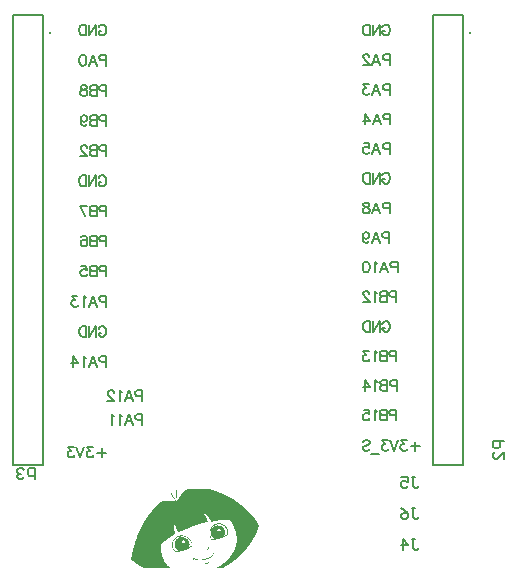
<source format=gbo>
G04*
G04 #@! TF.GenerationSoftware,Altium Limited,Altium Designer,21.0.8 (223)*
G04*
G04 Layer_Color=32896*
%FSLAX25Y25*%
%MOIN*%
G70*
G04*
G04 #@! TF.SameCoordinates,E8E4A7BE-DB6F-4252-8793-17DB4AC6D9EE*
G04*
G04*
G04 #@! TF.FilePolarity,Positive*
G04*
G01*
G75*
%ADD14C,0.00591*%
%ADD15C,0.00787*%
%ADD40C,0.00984*%
G36*
X-9629Y-13038D02*
X-9386D01*
Y-13099D01*
X-9203D01*
Y-13160D01*
X-8960D01*
Y-13221D01*
X-8716D01*
Y-13282D01*
X-8534D01*
Y-13343D01*
X-8351D01*
Y-13404D01*
X-8107D01*
Y-13465D01*
X-7986D01*
Y-13526D01*
X-7742D01*
Y-13587D01*
X-7620D01*
Y-13647D01*
X-7438D01*
Y-13708D01*
X-7194D01*
Y-13769D01*
X-7133D01*
Y-13830D01*
X-6890D01*
Y-13891D01*
X-6829D01*
Y-13952D01*
X-6585D01*
Y-14013D01*
X-6463D01*
Y-14074D01*
X-6342D01*
Y-14134D01*
X-6159D01*
Y-14195D01*
X-5976D01*
Y-14256D01*
X-5915D01*
Y-14317D01*
X-5733D01*
Y-14378D01*
X-5611D01*
Y-14439D01*
X-5428D01*
Y-14500D01*
X-5307D01*
Y-14561D01*
X-5185D01*
Y-14622D01*
X-5063D01*
Y-14682D01*
X-4941D01*
Y-14743D01*
X-4820D01*
Y-14804D01*
X-4637D01*
Y-14865D01*
X-4515D01*
Y-14926D01*
X-4454D01*
Y-14987D01*
X-4272D01*
Y-15048D01*
X-4150D01*
Y-15109D01*
X-4028D01*
Y-15169D01*
X-3906D01*
Y-15230D01*
X-3785D01*
Y-15291D01*
X-3663D01*
Y-15352D01*
X-3602D01*
Y-15413D01*
X-3480D01*
Y-15474D01*
X-3297D01*
Y-15535D01*
X-3237D01*
Y-15596D01*
X-3115D01*
Y-15656D01*
X-2993D01*
Y-15717D01*
X-2932D01*
Y-15778D01*
X-2811D01*
Y-15839D01*
X-2689D01*
Y-15900D01*
X-2567D01*
Y-15961D01*
X-2506D01*
Y-16022D01*
X-2384D01*
Y-16083D01*
X-2262D01*
Y-16143D01*
X-2141D01*
Y-16204D01*
X-2080D01*
Y-16265D01*
X-1958D01*
Y-16326D01*
X-1836D01*
Y-16387D01*
X-1775D01*
Y-16448D01*
X-1654D01*
Y-16509D01*
X-1593D01*
Y-16570D01*
X-1471D01*
Y-16631D01*
X-1410D01*
Y-16691D01*
X-1288D01*
Y-16752D01*
X-1167D01*
Y-16813D01*
X-1106D01*
Y-16874D01*
X-984D01*
Y-16935D01*
X-923D01*
Y-16996D01*
X-801D01*
Y-17057D01*
X-740D01*
Y-17118D01*
X-679D01*
Y-17179D01*
X-558D01*
Y-17239D01*
X-497D01*
Y-17300D01*
X-375D01*
Y-17361D01*
X-314D01*
Y-17422D01*
X-192D01*
Y-17483D01*
X-132D01*
Y-17544D01*
X-10D01*
Y-17605D01*
X51D01*
Y-17666D01*
X112D01*
Y-17727D01*
X234D01*
Y-17787D01*
X295D01*
Y-17848D01*
X356D01*
Y-17909D01*
X477D01*
Y-17970D01*
X538D01*
Y-18031D01*
X599D01*
Y-18092D01*
X660D01*
Y-18153D01*
X782D01*
Y-18214D01*
X843D01*
Y-18274D01*
X903D01*
Y-18335D01*
X964D01*
Y-18396D01*
X1086D01*
Y-18457D01*
X1147D01*
Y-18518D01*
X1208D01*
Y-18579D01*
X1269D01*
Y-18640D01*
X1390D01*
Y-18701D01*
X1451D01*
Y-18762D01*
X1512D01*
Y-18822D01*
X1573D01*
Y-18883D01*
X1634D01*
Y-18944D01*
X1695D01*
Y-19005D01*
X1817D01*
Y-19066D01*
X1878D01*
Y-19127D01*
X1938D01*
Y-19188D01*
X1999D01*
Y-19249D01*
X2060D01*
Y-19309D01*
X2121D01*
Y-19370D01*
X2182D01*
Y-19431D01*
X2243D01*
Y-19492D01*
X2304D01*
Y-19553D01*
X2426D01*
Y-19614D01*
X2486D01*
Y-19675D01*
X2547D01*
Y-19736D01*
X2608D01*
Y-19796D01*
X2669D01*
Y-19857D01*
X2730D01*
Y-19918D01*
X2791D01*
Y-19979D01*
X2852D01*
Y-20040D01*
X2913D01*
Y-20101D01*
X2973D01*
Y-20162D01*
X3034D01*
Y-20223D01*
X3095D01*
Y-20284D01*
X3156D01*
Y-20345D01*
X3217D01*
Y-20405D01*
X3278D01*
Y-20466D01*
X3339D01*
Y-20527D01*
X3400D01*
Y-20588D01*
X3461D01*
Y-20649D01*
X3521D01*
Y-20710D01*
X3582D01*
Y-20771D01*
X3643D01*
Y-20831D01*
X3704D01*
Y-20892D01*
X3765D01*
Y-20953D01*
Y-21014D01*
X3887D01*
Y-21075D01*
Y-21136D01*
X3948D01*
Y-21197D01*
X4008D01*
Y-21258D01*
X4069D01*
Y-21319D01*
X4130D01*
Y-21380D01*
X4191D01*
Y-21440D01*
X4252D01*
Y-21501D01*
X4313D01*
Y-21562D01*
X4374D01*
Y-21623D01*
Y-21684D01*
X4435D01*
Y-21745D01*
X4496D01*
Y-21806D01*
X4556D01*
Y-21867D01*
X4617D01*
Y-21927D01*
Y-21988D01*
X4678D01*
Y-22049D01*
X4800D01*
Y-22110D01*
Y-22171D01*
X4861D01*
Y-22232D01*
X4922D01*
Y-22293D01*
X4983D01*
Y-22354D01*
Y-22414D01*
X5043D01*
Y-22475D01*
X5104D01*
Y-22536D01*
X5165D01*
Y-22597D01*
Y-22658D01*
X5226D01*
Y-22719D01*
X5287D01*
Y-22780D01*
X5348D01*
Y-22841D01*
Y-22902D01*
X5409D01*
Y-22963D01*
X5470D01*
Y-23023D01*
X5531D01*
Y-23084D01*
Y-23145D01*
X5591D01*
Y-23206D01*
X5652D01*
Y-23267D01*
X5713D01*
Y-23328D01*
Y-23389D01*
X5774D01*
Y-23449D01*
X5835D01*
Y-23510D01*
Y-23571D01*
X5896D01*
Y-23632D01*
X5957D01*
Y-23693D01*
Y-23754D01*
X6018D01*
Y-23815D01*
X6078D01*
Y-23876D01*
Y-23937D01*
X6139D01*
Y-23998D01*
X6200D01*
Y-24058D01*
Y-24119D01*
X6261D01*
Y-24180D01*
X6322D01*
Y-24241D01*
Y-24302D01*
X6383D01*
Y-24363D01*
X6444D01*
Y-24424D01*
Y-24485D01*
Y-24545D01*
X6505D01*
Y-24606D01*
X6566D01*
Y-24667D01*
Y-24728D01*
X6626D01*
Y-24789D01*
Y-24850D01*
X6687D01*
Y-24911D01*
X6748D01*
Y-24972D01*
X6809D01*
Y-25032D01*
Y-25093D01*
Y-25154D01*
Y-25215D01*
Y-25276D01*
X6748D01*
Y-25337D01*
Y-25398D01*
Y-25459D01*
Y-25520D01*
X6687D01*
Y-25580D01*
Y-25641D01*
X6626D01*
Y-25702D01*
Y-25763D01*
Y-25824D01*
Y-25885D01*
X6566D01*
Y-25946D01*
Y-26007D01*
Y-26068D01*
X6505D01*
Y-26128D01*
Y-26189D01*
X6444D01*
Y-26250D01*
Y-26311D01*
Y-26372D01*
Y-26433D01*
X6383D01*
Y-26494D01*
Y-26555D01*
X6322D01*
Y-26615D01*
Y-26676D01*
X6261D01*
Y-26737D01*
Y-26798D01*
Y-26859D01*
Y-26920D01*
X6200D01*
Y-26981D01*
Y-27042D01*
X6139D01*
Y-27103D01*
Y-27163D01*
X6078D01*
Y-27224D01*
Y-27285D01*
X6018D01*
Y-27346D01*
Y-27407D01*
Y-27468D01*
X5957D01*
Y-27529D01*
Y-27590D01*
X5896D01*
Y-27650D01*
Y-27711D01*
X5835D01*
Y-27772D01*
Y-27833D01*
Y-27894D01*
X5774D01*
Y-27955D01*
Y-28016D01*
X5713D01*
Y-28077D01*
Y-28137D01*
X5652D01*
Y-28198D01*
Y-28259D01*
X5591D01*
Y-28320D01*
Y-28381D01*
X5531D01*
Y-28442D01*
Y-28503D01*
X5470D01*
Y-28564D01*
Y-28625D01*
X5409D01*
Y-28686D01*
Y-28746D01*
X5348D01*
Y-28807D01*
Y-28868D01*
X5287D01*
Y-28929D01*
Y-28990D01*
X5226D01*
Y-29051D01*
X5165D01*
Y-29112D01*
Y-29173D01*
X5104D01*
Y-29233D01*
Y-29294D01*
X5043D01*
Y-29355D01*
Y-29416D01*
X4983D01*
Y-29477D01*
Y-29538D01*
X4922D01*
Y-29599D01*
X4861D01*
Y-29660D01*
Y-29721D01*
X4800D01*
Y-29781D01*
Y-29842D01*
X4739D01*
Y-29903D01*
Y-29964D01*
X4678D01*
Y-30025D01*
X4617D01*
Y-30086D01*
Y-30147D01*
X4556D01*
Y-30207D01*
X4496D01*
Y-30268D01*
Y-30329D01*
Y-30390D01*
X4435D01*
Y-30451D01*
X4374D01*
Y-30512D01*
X4313D01*
Y-30573D01*
Y-30634D01*
X4252D01*
Y-30695D01*
X4191D01*
Y-30755D01*
Y-30816D01*
X4130D01*
Y-30877D01*
Y-30938D01*
X4069D01*
Y-30999D01*
X4008D01*
Y-31060D01*
Y-31121D01*
X3948D01*
Y-31182D01*
X3887D01*
Y-31243D01*
Y-31303D01*
X3826D01*
Y-31364D01*
X3765D01*
Y-31425D01*
X3704D01*
Y-31486D01*
Y-31547D01*
X3643D01*
Y-31608D01*
X3582D01*
Y-31669D01*
X3521D01*
Y-31730D01*
Y-31791D01*
X3461D01*
Y-31851D01*
X3400D01*
Y-31912D01*
Y-31973D01*
X3339D01*
Y-32034D01*
X3278D01*
Y-32095D01*
Y-32156D01*
X3217D01*
Y-32217D01*
X3156D01*
Y-32278D01*
X3095D01*
Y-32339D01*
X3034D01*
Y-32399D01*
Y-32460D01*
X2973D01*
Y-32521D01*
X2913D01*
Y-32582D01*
X2852D01*
Y-32643D01*
X2791D01*
Y-32704D01*
Y-32765D01*
X2730D01*
Y-32825D01*
X2669D01*
Y-32886D01*
X2608D01*
Y-32947D01*
X2547D01*
Y-33008D01*
Y-33069D01*
X2486D01*
Y-33130D01*
X2426D01*
Y-33191D01*
X2365D01*
Y-33252D01*
X2304D01*
Y-33313D01*
Y-33373D01*
X2243D01*
Y-33434D01*
X2182D01*
Y-33495D01*
X2121D01*
Y-33556D01*
X2060D01*
Y-33617D01*
X1999D01*
Y-33678D01*
X1938D01*
Y-33739D01*
X1878D01*
Y-33800D01*
Y-33860D01*
X1817D01*
Y-33921D01*
X1756D01*
Y-33982D01*
X1695D01*
Y-34043D01*
X1634D01*
Y-34104D01*
X1573D01*
Y-34165D01*
X1512D01*
Y-34226D01*
X1451D01*
Y-34287D01*
X1390D01*
Y-34348D01*
X1330D01*
Y-34409D01*
X1269D01*
Y-34469D01*
X1208D01*
Y-34530D01*
X1147D01*
Y-34591D01*
X1086D01*
Y-34652D01*
Y-34713D01*
X964D01*
Y-34774D01*
Y-34835D01*
X843D01*
Y-34896D01*
X782D01*
Y-34956D01*
X721D01*
Y-35017D01*
X660D01*
Y-35078D01*
X599D01*
Y-35139D01*
X538D01*
Y-35200D01*
X477D01*
Y-35261D01*
X416D01*
Y-35322D01*
X356D01*
Y-35383D01*
X295D01*
Y-35443D01*
X234D01*
Y-35504D01*
X173D01*
Y-35565D01*
X112D01*
Y-35626D01*
X-10D01*
Y-35687D01*
Y-35748D01*
X-132D01*
Y-35809D01*
X-192D01*
Y-35870D01*
X-253D01*
Y-35931D01*
X-314D01*
Y-35991D01*
X-375D01*
Y-36052D01*
X-497D01*
Y-36113D01*
Y-36174D01*
X-619D01*
Y-36235D01*
X-679D01*
Y-36296D01*
X-740D01*
Y-36357D01*
X-801D01*
Y-36418D01*
X-862D01*
Y-36478D01*
X-984D01*
Y-36539D01*
X-1045D01*
Y-36600D01*
X-1106D01*
Y-36661D01*
X-1167D01*
Y-36722D01*
X-1288D01*
Y-36783D01*
X-1349D01*
Y-36844D01*
X-1410D01*
Y-36905D01*
X-1532D01*
Y-36966D01*
X-1593D01*
Y-37026D01*
X-1654D01*
Y-37087D01*
X-1775D01*
Y-37148D01*
X-1836D01*
Y-37209D01*
X-1897D01*
Y-37270D01*
X-2019D01*
Y-37331D01*
X-2080D01*
Y-37392D01*
X-2141D01*
Y-37453D01*
X-2262D01*
Y-37514D01*
X-2323D01*
Y-37574D01*
X-2445D01*
Y-37635D01*
X-2506D01*
Y-37696D01*
X-2628D01*
Y-37757D01*
X-2689D01*
Y-37818D01*
X-2750D01*
Y-37879D01*
X-2871D01*
Y-37940D01*
X-2932D01*
Y-38001D01*
X-3054D01*
Y-38061D01*
X-3176D01*
Y-38122D01*
X-3237D01*
Y-38183D01*
X-3297D01*
Y-38244D01*
X-3419D01*
Y-38305D01*
X-3541D01*
Y-38366D01*
X-3602D01*
Y-38427D01*
X-3724D01*
Y-38488D01*
X-3845D01*
Y-38548D01*
X-3906D01*
Y-38609D01*
X-3967D01*
Y-38670D01*
X-4150D01*
Y-38731D01*
X-4211D01*
Y-38792D01*
X-4332D01*
Y-38853D01*
X-4454D01*
Y-38914D01*
X-4515D01*
Y-38975D01*
X-4637D01*
Y-39036D01*
X-4759D01*
Y-39097D01*
X-4880D01*
Y-39157D01*
X-5002D01*
Y-39218D01*
X-5124D01*
Y-39279D01*
X-5185D01*
Y-39340D01*
X-7316D01*
Y-39279D01*
X-7194D01*
Y-39218D01*
X-7072D01*
Y-39157D01*
X-7011D01*
Y-39097D01*
X-6890D01*
Y-39036D01*
X-6768D01*
Y-38975D01*
X-6646D01*
Y-38914D01*
X-6585D01*
Y-38853D01*
X-6463D01*
Y-38792D01*
X-6342D01*
Y-38731D01*
X-6281D01*
Y-38670D01*
X-6159D01*
Y-38609D01*
X-6098D01*
Y-38548D01*
X-5976D01*
Y-38488D01*
X-5915D01*
Y-38427D01*
X-5794D01*
Y-38366D01*
X-5733D01*
Y-38305D01*
X-5611D01*
Y-38244D01*
X-5550D01*
Y-38183D01*
X-5428D01*
Y-38122D01*
X-5367D01*
Y-38061D01*
X-5307D01*
Y-38001D01*
X-5185D01*
Y-37940D01*
X-5124D01*
Y-37879D01*
X-5063D01*
Y-37818D01*
X-5002D01*
Y-37757D01*
X-4880D01*
Y-37696D01*
X-4820D01*
Y-37635D01*
X-4759D01*
Y-37574D01*
X-4698D01*
Y-37514D01*
X-4637D01*
Y-37453D01*
X-4515D01*
Y-37392D01*
X-4454D01*
Y-37331D01*
X-4393D01*
Y-37270D01*
X-4332D01*
Y-37209D01*
X-4272D01*
Y-37148D01*
X-4211D01*
Y-37087D01*
X-4150D01*
Y-37026D01*
X-4089D01*
Y-36966D01*
X-4028D01*
Y-36905D01*
X-3906D01*
Y-36844D01*
Y-36783D01*
X-3785D01*
Y-36722D01*
Y-36661D01*
X-3663D01*
Y-36600D01*
Y-36539D01*
X-3602D01*
Y-36478D01*
X-3541D01*
Y-36418D01*
X-3480D01*
Y-36357D01*
X-3419D01*
Y-36296D01*
X-3358D01*
Y-36235D01*
X-3297D01*
Y-36174D01*
X-3237D01*
Y-36113D01*
X-3176D01*
Y-36052D01*
X-3115D01*
Y-35991D01*
Y-35931D01*
X-3054D01*
Y-35870D01*
X-2993D01*
Y-35809D01*
X-2932D01*
Y-35748D01*
X-2871D01*
Y-35687D01*
X-2811D01*
Y-35626D01*
Y-35565D01*
X-2750D01*
Y-35504D01*
X-2689D01*
Y-35443D01*
X-2628D01*
Y-35383D01*
Y-35322D01*
X-2567D01*
Y-35261D01*
X-2506D01*
Y-35200D01*
X-2445D01*
Y-35139D01*
Y-35078D01*
X-2384D01*
Y-35017D01*
X-2323D01*
Y-34956D01*
Y-34896D01*
X-2262D01*
Y-34835D01*
X-2202D01*
Y-34774D01*
Y-34713D01*
X-2141D01*
Y-34652D01*
X-2080D01*
Y-34591D01*
Y-34530D01*
X-2019D01*
Y-34469D01*
Y-34409D01*
X-1958D01*
Y-34348D01*
X-1897D01*
Y-34287D01*
Y-34226D01*
X-1836D01*
Y-34165D01*
Y-34104D01*
X-1775D01*
Y-34043D01*
X-1715D01*
Y-33982D01*
Y-33921D01*
X-1654D01*
Y-33860D01*
Y-33800D01*
X-1593D01*
Y-33739D01*
Y-33678D01*
X-1532D01*
Y-33617D01*
Y-33556D01*
X-1471D01*
Y-33495D01*
Y-33434D01*
X-1410D01*
Y-33373D01*
Y-33313D01*
X-1349D01*
Y-33252D01*
Y-33191D01*
Y-33130D01*
X-1288D01*
Y-33069D01*
Y-33008D01*
X-1228D01*
Y-32947D01*
Y-32886D01*
X-1167D01*
Y-32825D01*
Y-32765D01*
Y-32704D01*
X-1106D01*
Y-32643D01*
Y-32582D01*
X-1045D01*
Y-32521D01*
Y-32460D01*
Y-32399D01*
X-984D01*
Y-32339D01*
Y-32278D01*
X-923D01*
Y-32217D01*
Y-32156D01*
Y-32095D01*
X-862D01*
Y-32034D01*
Y-31973D01*
Y-31912D01*
Y-31851D01*
X-801D01*
Y-31791D01*
Y-31730D01*
Y-31669D01*
Y-31608D01*
X-740D01*
Y-31547D01*
Y-31486D01*
Y-31425D01*
X-679D01*
Y-31364D01*
Y-31303D01*
Y-31243D01*
Y-31182D01*
Y-31121D01*
X-619D01*
Y-31060D01*
Y-30999D01*
Y-30938D01*
Y-30877D01*
X-558D01*
Y-30816D01*
Y-30755D01*
Y-30695D01*
Y-30634D01*
Y-30573D01*
Y-30512D01*
Y-30451D01*
Y-30390D01*
Y-30329D01*
Y-30268D01*
Y-30207D01*
Y-30147D01*
Y-30086D01*
Y-30025D01*
Y-29964D01*
Y-29903D01*
Y-29842D01*
Y-29781D01*
Y-29721D01*
Y-29660D01*
Y-29599D01*
Y-29538D01*
Y-29477D01*
Y-29416D01*
Y-29355D01*
Y-29294D01*
Y-29233D01*
Y-29173D01*
Y-29112D01*
Y-29051D01*
Y-28990D01*
X-619D01*
Y-28929D01*
Y-28868D01*
Y-28807D01*
Y-28746D01*
Y-28686D01*
Y-28625D01*
X-679D01*
Y-28564D01*
Y-28503D01*
Y-28442D01*
Y-28381D01*
Y-28320D01*
Y-28259D01*
X-740D01*
Y-28198D01*
Y-28137D01*
Y-28077D01*
Y-28016D01*
X-801D01*
Y-27955D01*
Y-27894D01*
Y-27833D01*
Y-27772D01*
X-862D01*
Y-27711D01*
Y-27650D01*
Y-27590D01*
Y-27529D01*
X-923D01*
Y-27468D01*
Y-27407D01*
Y-27346D01*
X-984D01*
Y-27285D01*
Y-27224D01*
Y-27163D01*
Y-27103D01*
X-1045D01*
Y-27042D01*
Y-26981D01*
Y-26920D01*
X-1106D01*
Y-26859D01*
Y-26798D01*
X-1167D01*
Y-26737D01*
Y-26676D01*
Y-26615D01*
Y-26555D01*
X-1228D01*
Y-26494D01*
Y-26433D01*
X-1288D01*
Y-26372D01*
Y-26311D01*
Y-26250D01*
X-1349D01*
Y-26189D01*
Y-26128D01*
X-1410D01*
Y-26068D01*
Y-26007D01*
Y-25946D01*
X-1471D01*
Y-25885D01*
Y-25824D01*
X-1532D01*
Y-25763D01*
Y-25702D01*
X-1593D01*
Y-25641D01*
Y-25580D01*
X-1654D01*
Y-25520D01*
Y-25459D01*
Y-25398D01*
X-1715D01*
Y-25337D01*
Y-25276D01*
X-1775D01*
Y-25215D01*
Y-25154D01*
X-1836D01*
Y-25093D01*
Y-25032D01*
X-1897D01*
Y-24972D01*
Y-24911D01*
X-1958D01*
Y-24850D01*
Y-24789D01*
X-2019D01*
Y-24728D01*
Y-24667D01*
X-2080D01*
Y-24606D01*
Y-24545D01*
X-2141D01*
Y-24485D01*
Y-24424D01*
X-2202D01*
Y-24363D01*
Y-24302D01*
X-2262D01*
Y-24241D01*
Y-24180D01*
X-2323D01*
Y-24119D01*
Y-24058D01*
X-2384D01*
Y-23998D01*
X-2445D01*
Y-23937D01*
Y-23876D01*
X-2506D01*
Y-23815D01*
Y-23754D01*
X-2567D01*
Y-23693D01*
X-2628D01*
Y-23632D01*
Y-23571D01*
X-2689D01*
Y-23510D01*
Y-23449D01*
X-2750D01*
Y-23389D01*
X-2811D01*
Y-23328D01*
Y-23267D01*
X-2871D01*
Y-23206D01*
X-2932D01*
Y-23145D01*
X-4576D01*
Y-23206D01*
X-5246D01*
Y-23267D01*
X-5794D01*
Y-23328D01*
X-6220D01*
Y-23389D01*
X-6707D01*
Y-23449D01*
X-6950D01*
Y-23510D01*
X-7377D01*
Y-23571D01*
X-7681D01*
Y-23632D01*
X-7986D01*
Y-23693D01*
X-8290D01*
Y-23754D01*
X-8594D01*
Y-23815D01*
X-8838D01*
Y-23876D01*
X-9081D01*
Y-23815D01*
Y-23754D01*
X-9142D01*
Y-23693D01*
Y-23632D01*
X-9203D01*
Y-23571D01*
Y-23510D01*
X-9264D01*
Y-23449D01*
Y-23389D01*
X-9325D01*
Y-23328D01*
X-9386D01*
Y-23267D01*
Y-23206D01*
X-9447D01*
Y-23145D01*
Y-23084D01*
X-9508D01*
Y-23023D01*
X-9568D01*
Y-22963D01*
Y-22902D01*
X-9629D01*
Y-22841D01*
X-9690D01*
Y-22780D01*
X-9751D01*
Y-22719D01*
Y-22658D01*
X-9812D01*
Y-22597D01*
X-9873D01*
Y-22536D01*
X-9934D01*
Y-22475D01*
Y-22414D01*
X-9995D01*
Y-22354D01*
X-10056D01*
Y-22293D01*
X-10116D01*
Y-22232D01*
X-10177D01*
Y-22171D01*
X-10238D01*
Y-22110D01*
X-10299D01*
Y-22049D01*
X-10360D01*
Y-21988D01*
X-10421D01*
Y-21927D01*
X-10482D01*
Y-21867D01*
X-10604D01*
Y-21806D01*
Y-21745D01*
X-10664D01*
Y-21684D01*
X-10786D01*
Y-21623D01*
X-10847D01*
Y-21562D01*
X-10908D01*
Y-21501D01*
X-10969D01*
Y-21440D01*
X-11091D01*
Y-21380D01*
X-11151D01*
Y-21319D01*
X-11212D01*
Y-21258D01*
X-11334D01*
Y-21197D01*
X-11456D01*
Y-21258D01*
Y-21319D01*
X-11395D01*
Y-21380D01*
Y-21440D01*
X-11334D01*
Y-21501D01*
X-11273D01*
Y-21562D01*
X-11212D01*
Y-21623D01*
Y-21684D01*
X-11151D01*
Y-21745D01*
X-11091D01*
Y-21806D01*
Y-21867D01*
X-11030D01*
Y-21927D01*
X-10969D01*
Y-21988D01*
Y-22049D01*
X-10908D01*
Y-22110D01*
Y-22171D01*
X-10847D01*
Y-22232D01*
Y-22293D01*
X-10786D01*
Y-22354D01*
Y-22414D01*
X-10725D01*
Y-22475D01*
Y-22536D01*
X-10664D01*
Y-22597D01*
Y-22658D01*
X-10604D01*
Y-22719D01*
Y-22780D01*
Y-22841D01*
X-10543D01*
Y-22902D01*
Y-22963D01*
X-10482D01*
Y-23023D01*
Y-23084D01*
Y-23145D01*
X-10421D01*
Y-23206D01*
Y-23267D01*
Y-23328D01*
X-10360D01*
Y-23389D01*
Y-23449D01*
Y-23510D01*
X-10299D01*
Y-23571D01*
Y-23632D01*
Y-23693D01*
Y-23754D01*
Y-23815D01*
X-10238D01*
Y-23876D01*
X-10299D01*
Y-23937D01*
X-10360D01*
Y-23998D01*
X-10725D01*
Y-24058D01*
X-11030D01*
Y-24119D01*
X-11212D01*
Y-24180D01*
X-11517D01*
Y-24241D01*
X-11699D01*
Y-24302D01*
X-11943D01*
Y-24363D01*
X-12186D01*
Y-24424D01*
X-12369D01*
Y-24485D01*
X-12552D01*
Y-24545D01*
X-12795D01*
Y-24606D01*
X-12978D01*
Y-24667D01*
X-13161D01*
Y-24728D01*
X-13343D01*
Y-24789D01*
X-13526D01*
Y-24850D01*
X-13709D01*
Y-24911D01*
X-13891D01*
Y-24972D01*
X-14074D01*
Y-25032D01*
X-14256D01*
Y-25093D01*
X-14378D01*
Y-25154D01*
X-14561D01*
Y-25215D01*
X-14743D01*
Y-25276D01*
X-14865D01*
Y-25337D01*
X-15109D01*
Y-25398D01*
X-15231D01*
Y-25459D01*
X-15413D01*
Y-25520D01*
X-15596D01*
Y-25580D01*
X-15718D01*
Y-25641D01*
X-15839D01*
Y-25702D01*
X-16022D01*
Y-25763D01*
X-16144D01*
Y-25824D01*
X-16327D01*
Y-25885D01*
X-16448D01*
Y-25946D01*
X-16631D01*
Y-26007D01*
X-16814D01*
Y-26068D01*
X-16935D01*
Y-26128D01*
X-17057D01*
Y-26189D01*
X-17240D01*
Y-26250D01*
X-17361D01*
Y-26311D01*
X-17544D01*
Y-26372D01*
X-17666D01*
Y-26433D01*
X-17788D01*
Y-26494D01*
X-17970D01*
Y-26555D01*
X-18092D01*
Y-26615D01*
X-18275D01*
Y-26676D01*
X-18396D01*
Y-26737D01*
X-18518D01*
Y-26798D01*
X-18640D01*
Y-26859D01*
X-18762D01*
Y-26920D01*
X-18945D01*
Y-26981D01*
X-19066D01*
Y-27042D01*
X-19188D01*
Y-27103D01*
X-19371D01*
Y-27163D01*
X-19492D01*
Y-27224D01*
X-19614D01*
Y-27285D01*
X-19736D01*
Y-27346D01*
X-19858D01*
Y-27407D01*
X-20101D01*
Y-27346D01*
X-20162D01*
Y-27285D01*
X-20223D01*
Y-27224D01*
X-20284D01*
Y-27163D01*
Y-27103D01*
X-20345D01*
Y-27042D01*
Y-26981D01*
X-20406D01*
Y-26920D01*
X-20467D01*
Y-26859D01*
Y-26798D01*
X-20527D01*
Y-26737D01*
Y-26676D01*
X-20588D01*
Y-26615D01*
Y-26555D01*
X-20649D01*
Y-26494D01*
Y-26433D01*
X-20710D01*
Y-26372D01*
Y-26311D01*
Y-26250D01*
X-20771D01*
Y-26189D01*
Y-26128D01*
Y-26068D01*
X-20832D01*
Y-26007D01*
Y-25946D01*
Y-25885D01*
Y-25824D01*
X-20893D01*
Y-25763D01*
Y-25702D01*
Y-25641D01*
X-20954D01*
Y-25580D01*
Y-25520D01*
Y-25459D01*
X-21014D01*
Y-25398D01*
Y-25337D01*
Y-25276D01*
Y-25215D01*
Y-25154D01*
Y-25093D01*
X-21075D01*
Y-25032D01*
Y-24972D01*
Y-24911D01*
Y-24850D01*
Y-24789D01*
Y-24728D01*
X-21136D01*
Y-24667D01*
Y-24606D01*
Y-24545D01*
Y-24485D01*
X-21258D01*
Y-24545D01*
Y-24606D01*
Y-24667D01*
Y-24728D01*
Y-24789D01*
X-21319D01*
Y-24850D01*
Y-24911D01*
Y-24972D01*
Y-25032D01*
Y-25093D01*
X-21380D01*
Y-25154D01*
Y-25215D01*
Y-25276D01*
Y-25337D01*
Y-25398D01*
Y-25459D01*
Y-25520D01*
Y-25580D01*
Y-25641D01*
Y-25702D01*
Y-25763D01*
Y-25824D01*
Y-25885D01*
Y-25946D01*
X-21441D01*
Y-26007D01*
Y-26068D01*
Y-26128D01*
Y-26189D01*
Y-26250D01*
Y-26311D01*
Y-26372D01*
Y-26433D01*
X-21380D01*
Y-26494D01*
Y-26555D01*
Y-26615D01*
Y-26676D01*
Y-26737D01*
Y-26798D01*
Y-26859D01*
Y-26920D01*
Y-26981D01*
Y-27042D01*
Y-27103D01*
X-21319D01*
Y-27163D01*
Y-27224D01*
Y-27285D01*
Y-27346D01*
Y-27407D01*
Y-27468D01*
Y-27529D01*
X-21258D01*
Y-27590D01*
Y-27650D01*
Y-27711D01*
Y-27772D01*
Y-27833D01*
X-21197D01*
Y-27894D01*
Y-27955D01*
X-21258D01*
Y-28016D01*
X-21319D01*
Y-28077D01*
X-21441D01*
Y-28137D01*
X-21562D01*
Y-28198D01*
X-21623D01*
Y-28259D01*
X-21745D01*
Y-28320D01*
X-21806D01*
Y-28381D01*
X-21928D01*
Y-28442D01*
X-21989D01*
Y-28503D01*
X-22110D01*
Y-28564D01*
X-22171D01*
Y-28625D01*
X-22293D01*
Y-28686D01*
X-22354D01*
Y-28746D01*
X-22476D01*
Y-28807D01*
Y-28868D01*
X-22598D01*
Y-28929D01*
X-22658D01*
Y-28990D01*
X-22780D01*
Y-29051D01*
X-22841D01*
Y-29112D01*
X-22963D01*
Y-29173D01*
X-23024D01*
Y-29233D01*
X-23145D01*
Y-29294D01*
X-23206D01*
Y-29355D01*
X-23267D01*
Y-29416D01*
X-23389D01*
Y-29477D01*
X-23450D01*
Y-29538D01*
X-23511D01*
Y-29599D01*
X-23572D01*
Y-29660D01*
X-23693D01*
Y-29721D01*
X-23754D01*
Y-29781D01*
X-23815D01*
Y-29842D01*
X-23937D01*
Y-29903D01*
X-23998D01*
Y-29964D01*
X-24119D01*
Y-30025D01*
X-24180D01*
Y-30086D01*
X-24241D01*
Y-30147D01*
X-24302D01*
Y-30207D01*
X-24424D01*
Y-30268D01*
X-24485D01*
Y-30329D01*
X-24546D01*
Y-30390D01*
X-24607D01*
Y-30451D01*
X-24728D01*
Y-30512D01*
X-24789D01*
Y-30573D01*
X-24850D01*
Y-30634D01*
X-24972D01*
Y-30695D01*
X-25033D01*
Y-30755D01*
X-25094D01*
Y-30816D01*
X-25215D01*
Y-30877D01*
X-25276D01*
Y-30938D01*
X-25337D01*
Y-30999D01*
X-25398D01*
Y-31060D01*
X-25459D01*
Y-31121D01*
X-25581D01*
Y-31182D01*
X-25642D01*
Y-31243D01*
X-25703D01*
Y-31303D01*
Y-31364D01*
Y-31425D01*
Y-31486D01*
Y-31547D01*
Y-31608D01*
X-25763D01*
Y-31669D01*
Y-31730D01*
Y-31791D01*
Y-31851D01*
Y-31912D01*
Y-31973D01*
Y-32034D01*
Y-32095D01*
Y-32156D01*
X-25824D01*
Y-32217D01*
Y-32278D01*
Y-32339D01*
Y-32399D01*
Y-32460D01*
Y-32521D01*
X-25885D01*
Y-32582D01*
Y-32643D01*
Y-32704D01*
Y-32765D01*
Y-32825D01*
Y-32886D01*
Y-32947D01*
Y-33008D01*
Y-33069D01*
Y-33130D01*
Y-33191D01*
Y-33252D01*
Y-33313D01*
X-25824D01*
Y-33373D01*
Y-33434D01*
Y-33495D01*
Y-33556D01*
Y-33617D01*
X-25763D01*
Y-33678D01*
Y-33739D01*
Y-33800D01*
Y-33860D01*
Y-33921D01*
Y-33982D01*
X-25703D01*
Y-34043D01*
Y-34104D01*
Y-34165D01*
Y-34226D01*
X-25642D01*
Y-34287D01*
Y-34348D01*
Y-34409D01*
Y-34469D01*
Y-34530D01*
Y-34591D01*
X-25581D01*
Y-34652D01*
Y-34713D01*
Y-34774D01*
Y-34835D01*
X-25520D01*
Y-34896D01*
Y-34956D01*
Y-35017D01*
Y-35078D01*
X-25459D01*
Y-35139D01*
Y-35200D01*
Y-35261D01*
Y-35322D01*
X-25398D01*
Y-35383D01*
Y-35443D01*
Y-35504D01*
X-25337D01*
Y-35565D01*
Y-35626D01*
Y-35687D01*
X-25276D01*
Y-35748D01*
Y-35809D01*
Y-35870D01*
X-25215D01*
Y-35931D01*
Y-35991D01*
X-25155D01*
Y-36052D01*
Y-36113D01*
Y-36174D01*
X-25094D01*
Y-36235D01*
Y-36296D01*
X-25033D01*
Y-36357D01*
Y-36418D01*
X-24972D01*
Y-36478D01*
Y-36539D01*
Y-36600D01*
X-24911D01*
Y-36661D01*
Y-36722D01*
X-24850D01*
Y-36783D01*
Y-36844D01*
X-24789D01*
Y-36905D01*
Y-36966D01*
X-24728D01*
Y-37026D01*
X-24667D01*
Y-37087D01*
Y-37148D01*
X-24607D01*
Y-37209D01*
Y-37270D01*
X-24546D01*
Y-37331D01*
Y-37392D01*
X-24485D01*
Y-37453D01*
X-24424D01*
Y-37514D01*
Y-37574D01*
X-24363D01*
Y-37635D01*
X-24302D01*
Y-37696D01*
Y-37757D01*
X-24241D01*
Y-37818D01*
Y-37879D01*
X-24180D01*
Y-37940D01*
X-24119D01*
Y-38001D01*
X-24059D01*
Y-38061D01*
X-23998D01*
Y-38122D01*
X-23937D01*
Y-38183D01*
Y-38244D01*
X-23876D01*
Y-38305D01*
X-23815D01*
Y-38366D01*
X-23754D01*
Y-38427D01*
X-23693D01*
Y-38488D01*
X-23632D01*
Y-38548D01*
X-23572D01*
Y-38609D01*
X-23511D01*
Y-38670D01*
X-23450D01*
Y-38731D01*
X-23389D01*
Y-38792D01*
X-23328D01*
Y-38853D01*
X-23267D01*
Y-38914D01*
X-23145D01*
Y-38975D01*
X-23085D01*
Y-39036D01*
X-23024D01*
Y-39097D01*
X-22963D01*
Y-39157D01*
X-22841D01*
Y-39218D01*
X-22780D01*
Y-39279D01*
X-22658D01*
Y-39340D01*
X-31608D01*
Y-39279D01*
X-31730D01*
Y-39218D01*
X-31852D01*
Y-39157D01*
X-31973D01*
Y-39097D01*
X-32034D01*
Y-39036D01*
X-32156D01*
Y-38975D01*
X-32278D01*
Y-38914D01*
X-32400D01*
Y-38853D01*
X-32460D01*
Y-38792D01*
X-32582D01*
Y-38731D01*
X-32704D01*
Y-38670D01*
X-32765D01*
Y-38609D01*
X-32887D01*
Y-38548D01*
X-32948D01*
Y-38488D01*
X-33069D01*
Y-38427D01*
X-33191D01*
Y-38366D01*
X-33252D01*
Y-38305D01*
X-33374D01*
Y-38244D01*
X-33435D01*
Y-38183D01*
X-33556D01*
Y-38122D01*
X-33617D01*
Y-38061D01*
X-33678D01*
Y-38001D01*
X-33800D01*
Y-37940D01*
X-33861D01*
Y-37879D01*
X-33983D01*
Y-37818D01*
X-34043D01*
Y-37757D01*
X-34165D01*
Y-37696D01*
X-34226D01*
Y-37635D01*
X-34348D01*
Y-37574D01*
X-34409D01*
Y-37514D01*
X-34530D01*
Y-37453D01*
X-34591D01*
Y-37392D01*
X-34652D01*
Y-37331D01*
X-34713D01*
Y-37270D01*
X-34835D01*
Y-37209D01*
X-34896D01*
Y-37148D01*
X-34957D01*
Y-37087D01*
X-35078D01*
Y-37026D01*
X-35139D01*
Y-36966D01*
X-35200D01*
Y-36905D01*
X-35322D01*
Y-36844D01*
X-35383D01*
Y-36783D01*
X-35444D01*
Y-36722D01*
X-35505D01*
Y-36661D01*
X-35626D01*
Y-36600D01*
X-35687D01*
Y-36539D01*
X-35748D01*
Y-36478D01*
X-35809D01*
Y-36418D01*
Y-36357D01*
Y-36296D01*
Y-36235D01*
X-35748D01*
Y-36174D01*
Y-36113D01*
Y-36052D01*
Y-35991D01*
Y-35931D01*
Y-35870D01*
X-35687D01*
Y-35809D01*
Y-35748D01*
Y-35687D01*
Y-35626D01*
Y-35565D01*
X-35626D01*
Y-35504D01*
Y-35443D01*
Y-35383D01*
Y-35322D01*
Y-35261D01*
Y-35200D01*
X-35566D01*
Y-35139D01*
Y-35078D01*
Y-35017D01*
Y-34956D01*
Y-34896D01*
X-35505D01*
Y-34835D01*
Y-34774D01*
Y-34713D01*
Y-34652D01*
X-35444D01*
Y-34591D01*
Y-34530D01*
Y-34469D01*
Y-34409D01*
Y-34348D01*
Y-34287D01*
Y-34226D01*
X-35383D01*
Y-34165D01*
Y-34104D01*
X-35322D01*
Y-34043D01*
Y-33982D01*
Y-33921D01*
Y-33860D01*
Y-33800D01*
Y-33739D01*
X-35261D01*
Y-33678D01*
Y-33617D01*
Y-33556D01*
Y-33495D01*
X-35200D01*
Y-33434D01*
Y-33373D01*
Y-33313D01*
X-35139D01*
Y-33252D01*
Y-33191D01*
Y-33130D01*
Y-33069D01*
Y-33008D01*
X-35078D01*
Y-32947D01*
Y-32886D01*
X-35018D01*
Y-32825D01*
Y-32765D01*
Y-32704D01*
Y-32643D01*
Y-32582D01*
X-34957D01*
Y-32521D01*
Y-32460D01*
Y-32399D01*
Y-32339D01*
Y-32278D01*
X-34896D01*
Y-32217D01*
Y-32156D01*
X-34835D01*
Y-32095D01*
Y-32034D01*
Y-31973D01*
Y-31912D01*
X-34774D01*
Y-31851D01*
Y-31791D01*
Y-31730D01*
Y-31669D01*
X-34713D01*
Y-31608D01*
Y-31547D01*
Y-31486D01*
X-34652D01*
Y-31425D01*
Y-31364D01*
Y-31303D01*
Y-31243D01*
X-34591D01*
Y-31182D01*
Y-31121D01*
X-34530D01*
Y-31060D01*
Y-30999D01*
Y-30938D01*
Y-30877D01*
X-34470D01*
Y-30816D01*
Y-30755D01*
Y-30695D01*
Y-30634D01*
X-34409D01*
Y-30573D01*
Y-30512D01*
X-34348D01*
Y-30451D01*
Y-30390D01*
Y-30329D01*
Y-30268D01*
X-34287D01*
Y-30207D01*
Y-30147D01*
X-34226D01*
Y-30086D01*
Y-30025D01*
Y-29964D01*
X-34165D01*
Y-29903D01*
Y-29842D01*
Y-29781D01*
Y-29721D01*
X-34104D01*
Y-29660D01*
X-34043D01*
Y-29599D01*
Y-29538D01*
Y-29477D01*
X-33983D01*
Y-29416D01*
Y-29355D01*
Y-29294D01*
Y-29233D01*
X-33922D01*
Y-29173D01*
X-33861D01*
Y-29112D01*
Y-29051D01*
Y-28990D01*
Y-28929D01*
X-33800D01*
Y-28868D01*
Y-28807D01*
Y-28746D01*
X-33739D01*
Y-28686D01*
Y-28625D01*
X-33678D01*
Y-28564D01*
Y-28503D01*
Y-28442D01*
X-33617D01*
Y-28381D01*
Y-28320D01*
X-33556D01*
Y-28259D01*
Y-28198D01*
Y-28137D01*
X-33496D01*
Y-28077D01*
Y-28016D01*
X-33435D01*
Y-27955D01*
Y-27894D01*
X-33374D01*
Y-27833D01*
Y-27772D01*
Y-27711D01*
X-33313D01*
Y-27650D01*
Y-27590D01*
X-33252D01*
Y-27529D01*
Y-27468D01*
Y-27407D01*
X-33191D01*
Y-27346D01*
Y-27285D01*
X-33130D01*
Y-27224D01*
Y-27163D01*
X-33069D01*
Y-27103D01*
Y-27042D01*
X-33009D01*
Y-26981D01*
Y-26920D01*
Y-26859D01*
X-32948D01*
Y-26798D01*
Y-26737D01*
X-32887D01*
Y-26676D01*
Y-26615D01*
X-32826D01*
Y-26555D01*
Y-26494D01*
X-32765D01*
Y-26433D01*
Y-26372D01*
X-32704D01*
Y-26311D01*
Y-26250D01*
Y-26189D01*
X-32643D01*
Y-26128D01*
X-32582D01*
Y-26068D01*
Y-26007D01*
Y-25946D01*
X-32521D01*
Y-25885D01*
Y-25824D01*
X-32460D01*
Y-25763D01*
X-32400D01*
Y-25702D01*
Y-25641D01*
Y-25580D01*
X-32339D01*
Y-25520D01*
X-32278D01*
Y-25459D01*
Y-25398D01*
Y-25337D01*
X-32217D01*
Y-25276D01*
Y-25215D01*
X-32156D01*
Y-25154D01*
X-32095D01*
Y-25093D01*
Y-25032D01*
X-32034D01*
Y-24972D01*
Y-24911D01*
X-31973D01*
Y-24850D01*
Y-24789D01*
X-31913D01*
Y-24728D01*
Y-24667D01*
X-31852D01*
Y-24606D01*
X-31791D01*
Y-24545D01*
Y-24485D01*
X-31730D01*
Y-24424D01*
Y-24363D01*
X-31669D01*
Y-24302D01*
Y-24241D01*
X-31608D01*
Y-24180D01*
Y-24119D01*
X-31547D01*
Y-24058D01*
Y-23998D01*
X-31486D01*
Y-23937D01*
X-31425D01*
Y-23876D01*
Y-23815D01*
X-31365D01*
Y-23754D01*
X-31304D01*
Y-23693D01*
Y-23632D01*
X-31243D01*
Y-23571D01*
Y-23510D01*
X-31182D01*
Y-23449D01*
Y-23389D01*
X-31121D01*
Y-23328D01*
X-31060D01*
Y-23267D01*
Y-23206D01*
X-30999D01*
Y-23145D01*
X-30938D01*
Y-23084D01*
Y-23023D01*
X-30878D01*
Y-22963D01*
X-30817D01*
Y-22902D01*
Y-22841D01*
X-30756D01*
Y-22780D01*
Y-22719D01*
X-30695D01*
Y-22658D01*
X-30634D01*
Y-22597D01*
Y-22536D01*
X-30573D01*
Y-22475D01*
X-30512D01*
Y-22414D01*
X-30451D01*
Y-22354D01*
Y-22293D01*
X-30391D01*
Y-22232D01*
X-30330D01*
Y-22171D01*
Y-22110D01*
X-30269D01*
Y-22049D01*
X-30208D01*
Y-21988D01*
Y-21927D01*
X-30147D01*
Y-21867D01*
X-30086D01*
Y-21806D01*
Y-21745D01*
X-30025D01*
Y-21684D01*
X-29964D01*
Y-21623D01*
X-29903D01*
Y-21562D01*
Y-21501D01*
X-29842D01*
Y-21440D01*
X-29782D01*
Y-21380D01*
X-29721D01*
Y-21319D01*
Y-21258D01*
X-29660D01*
Y-21197D01*
X-29599D01*
Y-21136D01*
Y-21075D01*
X-29477D01*
Y-21014D01*
Y-20953D01*
X-29416D01*
Y-20892D01*
X-29355D01*
Y-20831D01*
X-29295D01*
Y-20771D01*
Y-20710D01*
X-29234D01*
Y-20649D01*
X-29173D01*
Y-20588D01*
X-29112D01*
Y-20527D01*
X-29051D01*
Y-20466D01*
X-28990D01*
Y-20405D01*
Y-20345D01*
X-28929D01*
Y-20284D01*
X-28868D01*
Y-20223D01*
X-28808D01*
Y-20162D01*
X-28747D01*
Y-20101D01*
Y-20040D01*
X-28686D01*
Y-19979D01*
X-28625D01*
Y-19918D01*
X-28564D01*
Y-19857D01*
X-28503D01*
Y-19796D01*
X-28442D01*
Y-19736D01*
X-28381D01*
Y-19675D01*
X-28321D01*
Y-19614D01*
X-28260D01*
Y-19553D01*
X-28199D01*
Y-19492D01*
Y-19431D01*
X-28138D01*
Y-19370D01*
X-28077D01*
Y-19309D01*
X-28016D01*
Y-19249D01*
X-27955D01*
Y-19188D01*
X-27894D01*
Y-19127D01*
X-27833D01*
Y-19066D01*
X-27773D01*
Y-19005D01*
X-27712D01*
Y-18944D01*
X-27651D01*
Y-18883D01*
X-27590D01*
Y-18822D01*
X-27529D01*
Y-18762D01*
X-27468D01*
Y-18701D01*
X-27407D01*
Y-18640D01*
X-27346D01*
Y-18579D01*
X-27285D01*
Y-18518D01*
X-27225D01*
Y-18457D01*
X-27164D01*
Y-18396D01*
X-27103D01*
Y-18335D01*
X-27042D01*
Y-18274D01*
X-26920D01*
Y-18214D01*
X-26859D01*
Y-18153D01*
X-26798D01*
Y-18092D01*
X-26737D01*
Y-18031D01*
X-26677D01*
Y-17970D01*
X-26616D01*
Y-17909D01*
X-26555D01*
Y-17848D01*
X-26494D01*
Y-17787D01*
X-26372D01*
Y-17727D01*
X-26311D01*
Y-17666D01*
X-26250D01*
Y-17605D01*
X-26190D01*
Y-17544D01*
X-26129D01*
Y-17483D01*
X-26068D01*
Y-17422D01*
X-25946D01*
Y-17361D01*
X-25885D01*
Y-17300D01*
X-25824D01*
Y-17239D01*
X-25703D01*
Y-17179D01*
X-25520D01*
Y-17118D01*
X-25337D01*
Y-17057D01*
X-24728D01*
Y-16996D01*
X-22110D01*
Y-17057D01*
X-20954D01*
Y-16996D01*
X-20893D01*
Y-16935D01*
X-20954D01*
Y-16874D01*
X-21014D01*
Y-16813D01*
X-21075D01*
Y-16752D01*
X-21136D01*
Y-16691D01*
X-21197D01*
Y-16631D01*
Y-16570D01*
X-21319D01*
Y-16509D01*
Y-16448D01*
X-21380D01*
Y-16387D01*
X-21441D01*
Y-16326D01*
X-21502D01*
Y-16265D01*
X-21562D01*
Y-16204D01*
X-21623D01*
Y-16143D01*
Y-16083D01*
X-21684D01*
Y-16022D01*
X-21745D01*
Y-15961D01*
Y-15900D01*
X-21806D01*
Y-15839D01*
X-21867D01*
Y-15778D01*
Y-15717D01*
X-21928D01*
Y-15656D01*
X-21989D01*
Y-15596D01*
Y-15535D01*
X-22050D01*
Y-15474D01*
Y-15413D01*
X-22110D01*
Y-15352D01*
Y-15291D01*
X-22171D01*
Y-15230D01*
Y-15169D01*
X-22232D01*
Y-15109D01*
Y-15048D01*
X-22293D01*
Y-14987D01*
Y-14926D01*
Y-14865D01*
X-22354D01*
Y-14804D01*
Y-14743D01*
X-22415D01*
Y-14682D01*
Y-14622D01*
Y-14561D01*
X-22476D01*
Y-14500D01*
Y-14439D01*
Y-14378D01*
X-22537D01*
Y-14317D01*
Y-14256D01*
Y-14195D01*
Y-14134D01*
X-22598D01*
Y-14074D01*
Y-14013D01*
Y-13952D01*
Y-13891D01*
Y-13830D01*
Y-13769D01*
X-22537D01*
Y-13830D01*
Y-13891D01*
Y-13952D01*
X-22476D01*
Y-14013D01*
Y-14074D01*
Y-14134D01*
X-22415D01*
Y-14195D01*
Y-14256D01*
X-22354D01*
Y-14317D01*
Y-14378D01*
X-22293D01*
Y-14439D01*
Y-14500D01*
X-22232D01*
Y-14561D01*
Y-14622D01*
Y-14682D01*
X-22171D01*
Y-14743D01*
X-22110D01*
Y-14804D01*
Y-14865D01*
X-22050D01*
Y-14926D01*
Y-14987D01*
X-21989D01*
Y-15048D01*
Y-15109D01*
X-21928D01*
Y-15169D01*
Y-15230D01*
X-21867D01*
Y-15291D01*
X-21806D01*
Y-15352D01*
Y-15413D01*
X-21745D01*
Y-15474D01*
Y-15535D01*
X-21684D01*
Y-15596D01*
X-21623D01*
Y-15656D01*
Y-15717D01*
X-21562D01*
Y-15778D01*
X-21502D01*
Y-15839D01*
Y-15900D01*
X-21441D01*
Y-15961D01*
X-21380D01*
Y-16022D01*
Y-16083D01*
X-21319D01*
Y-16143D01*
X-21258D01*
Y-16204D01*
X-21197D01*
Y-16265D01*
X-21136D01*
Y-16326D01*
X-21075D01*
Y-16387D01*
Y-16448D01*
X-21014D01*
Y-16509D01*
X-20954D01*
Y-16570D01*
X-20893D01*
Y-16631D01*
X-20832D01*
Y-16691D01*
X-20771D01*
Y-16752D01*
X-20710D01*
Y-16813D01*
X-20588D01*
Y-16752D01*
Y-16691D01*
Y-16631D01*
Y-16570D01*
Y-16509D01*
Y-16448D01*
Y-16387D01*
X-20649D01*
Y-16326D01*
Y-16265D01*
Y-16204D01*
Y-16143D01*
Y-16083D01*
Y-16022D01*
Y-15961D01*
Y-15900D01*
Y-15839D01*
X-20710D01*
Y-15778D01*
Y-15717D01*
Y-15656D01*
Y-15596D01*
Y-15535D01*
Y-15474D01*
Y-15413D01*
Y-15352D01*
Y-15291D01*
Y-15230D01*
Y-15169D01*
Y-15109D01*
X-20771D01*
Y-15048D01*
Y-14987D01*
Y-14926D01*
Y-14865D01*
Y-14804D01*
Y-14743D01*
Y-14682D01*
Y-14622D01*
Y-14561D01*
Y-14500D01*
Y-14439D01*
Y-14378D01*
Y-14317D01*
Y-14256D01*
Y-14195D01*
Y-14134D01*
Y-14074D01*
Y-14013D01*
Y-13952D01*
X-20710D01*
Y-13891D01*
Y-13830D01*
Y-13769D01*
Y-13708D01*
Y-13647D01*
Y-13587D01*
Y-13526D01*
Y-13465D01*
Y-13404D01*
X-20649D01*
Y-13343D01*
Y-13282D01*
Y-13221D01*
Y-13160D01*
Y-13099D01*
Y-13038D01*
Y-12978D01*
X-20406D01*
Y-13038D01*
Y-13099D01*
Y-13160D01*
Y-13221D01*
Y-13282D01*
Y-13343D01*
X-20467D01*
Y-13404D01*
Y-13465D01*
Y-13526D01*
Y-13587D01*
Y-13647D01*
Y-13708D01*
Y-13769D01*
Y-13830D01*
Y-13891D01*
Y-13952D01*
Y-14013D01*
Y-14074D01*
Y-14134D01*
Y-14195D01*
Y-14256D01*
Y-14317D01*
Y-14378D01*
Y-14439D01*
Y-14500D01*
Y-14561D01*
Y-14622D01*
Y-14682D01*
Y-14743D01*
Y-14804D01*
Y-14865D01*
Y-14926D01*
Y-14987D01*
Y-15048D01*
Y-15109D01*
Y-15169D01*
Y-15230D01*
Y-15291D01*
Y-15352D01*
Y-15413D01*
Y-15474D01*
Y-15535D01*
X-20406D01*
Y-15596D01*
Y-15656D01*
Y-15717D01*
Y-15778D01*
Y-15839D01*
Y-15900D01*
Y-15961D01*
Y-16022D01*
Y-16083D01*
Y-16143D01*
Y-16204D01*
Y-16265D01*
Y-16326D01*
Y-16387D01*
Y-16448D01*
X-20345D01*
Y-16509D01*
Y-16570D01*
X-20284D01*
Y-16631D01*
X-20223D01*
Y-16570D01*
X-20162D01*
Y-16509D01*
X-20101D01*
Y-16448D01*
Y-16387D01*
X-20040D01*
Y-16326D01*
X-19979D01*
Y-16265D01*
Y-16204D01*
X-19919D01*
Y-16143D01*
Y-16083D01*
X-19858D01*
Y-16022D01*
Y-15961D01*
X-19797D01*
Y-15900D01*
X-19736D01*
Y-15839D01*
Y-15778D01*
X-19675D01*
Y-15717D01*
Y-15656D01*
X-19614D01*
Y-15596D01*
X-19553D01*
Y-15535D01*
Y-15474D01*
X-19492D01*
Y-15413D01*
X-19432D01*
Y-15352D01*
X-19371D01*
Y-15291D01*
Y-15230D01*
X-19310D01*
Y-15169D01*
X-19249D01*
Y-15109D01*
Y-15048D01*
X-19188D01*
Y-14987D01*
X-19127D01*
Y-14926D01*
Y-14865D01*
X-19066D01*
Y-14804D01*
X-19005D01*
Y-14743D01*
X-18945D01*
Y-14682D01*
X-18884D01*
Y-14622D01*
Y-14561D01*
X-18823D01*
Y-14500D01*
X-18762D01*
Y-14439D01*
X-18701D01*
Y-14378D01*
X-18640D01*
Y-14317D01*
X-18579D01*
Y-14256D01*
Y-14195D01*
X-18518D01*
Y-14134D01*
X-18457D01*
Y-14074D01*
X-18396D01*
Y-14013D01*
X-18275D01*
Y-13952D01*
Y-13891D01*
X-18214D01*
Y-13830D01*
X-18153D01*
Y-13769D01*
X-18092D01*
Y-13708D01*
X-17970D01*
Y-13647D01*
X-17910D01*
Y-13587D01*
X-17849D01*
Y-13526D01*
X-17788D01*
Y-13465D01*
X-17666D01*
Y-13404D01*
X-17605D01*
Y-13343D01*
X-17483D01*
Y-13282D01*
X-17422D01*
Y-13221D01*
X-17301D01*
Y-13160D01*
X-17179D01*
Y-13099D01*
X-17057D01*
Y-13038D01*
X-16874D01*
Y-12978D01*
X-9629D01*
Y-13038D01*
D02*
G37*
G36*
X-6220Y-24424D02*
X-5976D01*
Y-24485D01*
X-5733D01*
Y-24545D01*
X-5550D01*
Y-24606D01*
X-5428D01*
Y-24667D01*
X-5246D01*
Y-24728D01*
X-5124D01*
Y-24789D01*
X-5063D01*
Y-24850D01*
X-4941D01*
Y-24911D01*
X-4880D01*
Y-24972D01*
X-4759D01*
Y-25032D01*
X-4698D01*
Y-25093D01*
X-4637D01*
Y-25154D01*
X-4515D01*
Y-25215D01*
X-4454D01*
Y-25276D01*
X-4393D01*
Y-25337D01*
X-4332D01*
Y-25398D01*
X-4272D01*
Y-25459D01*
X-4211D01*
Y-25520D01*
X-4150D01*
Y-25580D01*
Y-25641D01*
X-4089D01*
Y-25702D01*
X-4028D01*
Y-25763D01*
X-3967D01*
Y-25824D01*
Y-25885D01*
X-3906D01*
Y-25946D01*
Y-26007D01*
X-3845D01*
Y-26068D01*
X-3785D01*
Y-26128D01*
Y-26189D01*
X-3724D01*
Y-26250D01*
Y-26311D01*
X-3663D01*
Y-26372D01*
Y-26433D01*
Y-26494D01*
X-3602D01*
Y-26555D01*
Y-26615D01*
Y-26676D01*
Y-26737D01*
X-3541D01*
Y-26798D01*
Y-26859D01*
Y-26920D01*
Y-26981D01*
X-3480D01*
Y-27042D01*
Y-27103D01*
Y-27163D01*
Y-27224D01*
Y-27285D01*
Y-27346D01*
Y-27407D01*
Y-27468D01*
Y-27529D01*
Y-27590D01*
Y-27650D01*
Y-27711D01*
Y-27772D01*
Y-27833D01*
Y-27894D01*
Y-27955D01*
Y-28016D01*
Y-28077D01*
X-3541D01*
Y-28137D01*
Y-28198D01*
X-3602D01*
Y-28259D01*
X-3724D01*
Y-28320D01*
X-3785D01*
Y-28381D01*
X-3906D01*
Y-28442D01*
X-3967D01*
Y-28503D01*
X-4089D01*
Y-28564D01*
X-4211D01*
Y-28625D01*
X-4272D01*
Y-28686D01*
X-4393D01*
Y-28746D01*
X-4515D01*
Y-28807D01*
X-4637D01*
Y-28868D01*
X-4759D01*
Y-28929D01*
X-4880D01*
Y-28990D01*
X-5002D01*
Y-29051D01*
X-5124D01*
Y-29112D01*
X-5307D01*
Y-29173D01*
X-5428D01*
Y-29233D01*
X-5611D01*
Y-29294D01*
X-5794D01*
Y-29355D01*
X-5915D01*
Y-29416D01*
X-6098D01*
Y-29477D01*
X-6342D01*
Y-29538D01*
X-6524D01*
Y-29599D01*
X-6707D01*
Y-29660D01*
X-7011D01*
Y-29721D01*
X-7255D01*
Y-29781D01*
X-7620D01*
Y-29842D01*
X-7986D01*
Y-29903D01*
X-8473D01*
Y-29964D01*
X-8716D01*
Y-29903D01*
X-8899D01*
Y-29842D01*
X-9020D01*
Y-29781D01*
X-9081D01*
Y-29721D01*
X-9142D01*
Y-29660D01*
Y-29599D01*
X-9203D01*
Y-29538D01*
X-9264D01*
Y-29477D01*
Y-29416D01*
X-9325D01*
Y-29355D01*
Y-29294D01*
Y-29233D01*
X-9386D01*
Y-29173D01*
Y-29112D01*
X-9447D01*
Y-29051D01*
Y-28990D01*
Y-28929D01*
X-9508D01*
Y-28868D01*
Y-28807D01*
Y-28746D01*
Y-28686D01*
X-9568D01*
Y-28625D01*
Y-28564D01*
Y-28503D01*
Y-28442D01*
Y-28381D01*
X-9629D01*
Y-28320D01*
Y-28259D01*
Y-28198D01*
Y-28137D01*
Y-28077D01*
Y-28016D01*
Y-27955D01*
Y-27894D01*
Y-27833D01*
Y-27772D01*
Y-27711D01*
X-9690D01*
Y-27650D01*
Y-27590D01*
X-9629D01*
Y-27529D01*
Y-27468D01*
Y-27407D01*
Y-27346D01*
Y-27285D01*
Y-27224D01*
Y-27163D01*
Y-27103D01*
Y-27042D01*
X-9568D01*
Y-26981D01*
Y-26920D01*
Y-26859D01*
Y-26798D01*
Y-26737D01*
X-9508D01*
Y-26676D01*
Y-26615D01*
Y-26555D01*
Y-26494D01*
Y-26433D01*
X-9447D01*
Y-26372D01*
X-9386D01*
Y-26311D01*
Y-26250D01*
Y-26189D01*
X-9325D01*
Y-26128D01*
Y-26068D01*
X-9264D01*
Y-26007D01*
Y-25946D01*
X-9203D01*
Y-25885D01*
Y-25824D01*
X-9142D01*
Y-25763D01*
Y-25702D01*
X-9081D01*
Y-25641D01*
X-9020D01*
Y-25580D01*
X-8960D01*
Y-25520D01*
X-8899D01*
Y-25459D01*
Y-25398D01*
X-8838D01*
Y-25337D01*
X-8777D01*
Y-25276D01*
X-8655D01*
Y-25215D01*
X-8594D01*
Y-25154D01*
X-8534D01*
Y-25093D01*
X-8473D01*
Y-25032D01*
X-8412D01*
Y-24972D01*
X-8290D01*
Y-24911D01*
X-8168D01*
Y-24850D01*
X-8107D01*
Y-24789D01*
X-7986D01*
Y-24728D01*
X-7864D01*
Y-24667D01*
X-7742D01*
Y-24606D01*
X-7620D01*
Y-24545D01*
X-7438D01*
Y-24485D01*
X-7133D01*
Y-24424D01*
X-6829D01*
Y-24363D01*
X-6220D01*
Y-24424D01*
D02*
G37*
G36*
X-9751Y-31912D02*
X-9690D01*
Y-31973D01*
Y-32034D01*
Y-32095D01*
Y-32156D01*
Y-32217D01*
Y-32278D01*
Y-32339D01*
Y-32399D01*
X-9751D01*
Y-32460D01*
Y-32521D01*
Y-32582D01*
X-9812D01*
Y-32643D01*
Y-32704D01*
X-9873D01*
Y-32765D01*
X-9934D01*
Y-32825D01*
Y-32886D01*
X-9995D01*
Y-32947D01*
X-10116D01*
Y-33008D01*
X-10177D01*
Y-33069D01*
X-10299D01*
Y-33130D01*
X-10482D01*
Y-33191D01*
X-10664D01*
Y-33130D01*
X-10604D01*
Y-33069D01*
X-10543D01*
Y-33008D01*
X-10482D01*
Y-32947D01*
X-10421D01*
Y-32886D01*
X-10360D01*
Y-32825D01*
X-10299D01*
Y-32765D01*
X-10238D01*
Y-32704D01*
Y-32643D01*
X-10177D01*
Y-32582D01*
X-10116D01*
Y-32521D01*
Y-32460D01*
X-10056D01*
Y-32399D01*
X-9995D01*
Y-32339D01*
Y-32278D01*
Y-32217D01*
X-9934D01*
Y-32156D01*
Y-32095D01*
Y-32034D01*
X-9873D01*
Y-31973D01*
Y-31912D01*
X-9812D01*
Y-31851D01*
X-9751D01*
Y-31912D01*
D02*
G37*
G36*
X-18396Y-28503D02*
X-18031D01*
Y-28564D01*
X-17849D01*
Y-28625D01*
X-17666D01*
Y-28686D01*
X-17544D01*
Y-28746D01*
X-17422D01*
Y-28807D01*
X-17240D01*
Y-28868D01*
X-17179D01*
Y-28929D01*
X-17057D01*
Y-28990D01*
X-16935D01*
Y-29051D01*
X-16874D01*
Y-29112D01*
X-16814D01*
Y-29173D01*
X-16753D01*
Y-29233D01*
X-16631D01*
Y-29294D01*
X-16570D01*
Y-29355D01*
X-16509D01*
Y-29416D01*
X-16448D01*
Y-29477D01*
X-16387D01*
Y-29538D01*
X-16327D01*
Y-29599D01*
Y-29660D01*
X-16266D01*
Y-29721D01*
X-16205D01*
Y-29781D01*
X-16144D01*
Y-29842D01*
X-16083D01*
Y-29903D01*
Y-29964D01*
X-16022D01*
Y-30025D01*
X-15961D01*
Y-30086D01*
Y-30147D01*
X-15900D01*
Y-30207D01*
X-15839D01*
Y-30268D01*
Y-30329D01*
X-15779D01*
Y-30390D01*
Y-30451D01*
X-15718D01*
Y-30512D01*
X-15657D01*
Y-30573D01*
Y-30634D01*
X-15596D01*
Y-30695D01*
Y-30755D01*
Y-30816D01*
X-15535D01*
Y-30877D01*
Y-30938D01*
X-15474D01*
Y-30999D01*
Y-31060D01*
Y-31121D01*
X-15413D01*
Y-31182D01*
Y-31243D01*
Y-31303D01*
X-15352D01*
Y-31364D01*
Y-31425D01*
Y-31486D01*
Y-31547D01*
X-15292D01*
Y-31608D01*
Y-31669D01*
Y-31730D01*
Y-31791D01*
X-15352D01*
Y-31851D01*
Y-31912D01*
X-15413D01*
Y-31973D01*
X-15474D01*
Y-32034D01*
X-15535D01*
Y-32095D01*
X-15596D01*
Y-32156D01*
X-15657D01*
Y-32217D01*
X-15718D01*
Y-32278D01*
X-15839D01*
Y-32339D01*
X-15900D01*
Y-32399D01*
X-16022D01*
Y-32460D01*
X-16083D01*
Y-32521D01*
X-16205D01*
Y-32582D01*
X-16266D01*
Y-32643D01*
X-16387D01*
Y-32704D01*
X-16509D01*
Y-32765D01*
X-16631D01*
Y-32825D01*
X-16692D01*
Y-32886D01*
X-16814D01*
Y-32947D01*
X-16935D01*
Y-33008D01*
X-17057D01*
Y-33069D01*
X-17240D01*
Y-33130D01*
X-17361D01*
Y-33191D01*
X-17483D01*
Y-33252D01*
X-17666D01*
Y-33313D01*
X-17788D01*
Y-33373D01*
X-17970D01*
Y-33434D01*
X-18153D01*
Y-33495D01*
X-18336D01*
Y-33556D01*
X-18579D01*
Y-33617D01*
X-18762D01*
Y-33678D01*
X-19066D01*
Y-33739D01*
X-19371D01*
Y-33800D01*
X-19797D01*
Y-33860D01*
X-20345D01*
Y-33921D01*
X-21136D01*
Y-33860D01*
X-21258D01*
Y-33800D01*
X-21319D01*
Y-33739D01*
X-21380D01*
Y-33678D01*
X-21441D01*
Y-33617D01*
X-21502D01*
Y-33556D01*
X-21562D01*
Y-33495D01*
X-21623D01*
Y-33434D01*
Y-33373D01*
X-21684D01*
Y-33313D01*
Y-33252D01*
X-21745D01*
Y-33191D01*
Y-33130D01*
X-21806D01*
Y-33069D01*
X-21867D01*
Y-33008D01*
Y-32947D01*
X-21928D01*
Y-32886D01*
Y-32825D01*
Y-32765D01*
X-21989D01*
Y-32704D01*
Y-32643D01*
Y-32582D01*
X-22050D01*
Y-32521D01*
Y-32460D01*
Y-32399D01*
Y-32339D01*
Y-32278D01*
X-22110D01*
Y-32217D01*
Y-32156D01*
Y-32095D01*
Y-32034D01*
Y-31973D01*
Y-31912D01*
Y-31851D01*
Y-31791D01*
Y-31730D01*
Y-31669D01*
Y-31608D01*
X-22171D01*
Y-31547D01*
Y-31486D01*
X-22110D01*
Y-31425D01*
Y-31364D01*
Y-31303D01*
Y-31243D01*
Y-31182D01*
Y-31121D01*
Y-31060D01*
Y-30999D01*
Y-30938D01*
Y-30877D01*
X-22050D01*
Y-30816D01*
Y-30755D01*
Y-30695D01*
Y-30634D01*
Y-30573D01*
X-21989D01*
Y-30512D01*
Y-30451D01*
X-21928D01*
Y-30390D01*
Y-30329D01*
Y-30268D01*
X-21867D01*
Y-30207D01*
Y-30147D01*
X-21806D01*
Y-30086D01*
Y-30025D01*
X-21745D01*
Y-29964D01*
Y-29903D01*
X-21684D01*
Y-29842D01*
X-21623D01*
Y-29781D01*
Y-29721D01*
X-21562D01*
Y-29660D01*
X-21502D01*
Y-29599D01*
X-21441D01*
Y-29538D01*
X-21380D01*
Y-29477D01*
X-21319D01*
Y-29416D01*
X-21258D01*
Y-29355D01*
X-21197D01*
Y-29294D01*
X-21136D01*
Y-29233D01*
X-21075D01*
Y-29173D01*
X-20954D01*
Y-29112D01*
X-20893D01*
Y-29051D01*
X-20771D01*
Y-28990D01*
X-20710D01*
Y-28929D01*
X-20588D01*
Y-28868D01*
X-20467D01*
Y-28807D01*
X-20345D01*
Y-28746D01*
X-20223D01*
Y-28686D01*
X-20101D01*
Y-28625D01*
X-19919D01*
Y-28564D01*
X-19675D01*
Y-28503D01*
X-19371D01*
Y-28442D01*
X-18396D01*
Y-28503D01*
D02*
G37*
G36*
X-8229Y-34409D02*
Y-34469D01*
Y-34530D01*
Y-34591D01*
X-8290D01*
Y-34652D01*
Y-34713D01*
X-8351D01*
Y-34774D01*
Y-34835D01*
X-8412D01*
Y-34896D01*
Y-34956D01*
X-8473D01*
Y-35017D01*
X-8534D01*
Y-35078D01*
X-8594D01*
Y-35139D01*
Y-35200D01*
X-8655D01*
Y-35261D01*
X-8716D01*
Y-35322D01*
X-8777D01*
Y-35383D01*
X-8838D01*
Y-35443D01*
X-8899D01*
Y-35504D01*
X-8960D01*
Y-35565D01*
X-9081D01*
Y-35626D01*
X-9142D01*
Y-35687D01*
X-9203D01*
Y-35748D01*
X-9325D01*
Y-35809D01*
X-9386D01*
Y-35870D01*
X-9508D01*
Y-35931D01*
X-9629D01*
Y-35991D01*
X-9751D01*
Y-36052D01*
X-9873D01*
Y-36113D01*
X-9995D01*
Y-36174D01*
X-10116D01*
Y-36235D01*
X-10299D01*
Y-36296D01*
X-10482D01*
Y-36357D01*
X-10604D01*
Y-36418D01*
X-10847D01*
Y-36478D01*
X-11091D01*
Y-36539D01*
X-11334D01*
Y-36600D01*
X-11638D01*
Y-36661D01*
X-12065D01*
Y-36722D01*
X-13404D01*
Y-36661D01*
X-13769D01*
Y-36600D01*
X-14013D01*
Y-36539D01*
X-14196D01*
Y-36478D01*
X-14378D01*
Y-36418D01*
X-14500D01*
Y-36357D01*
X-14622D01*
Y-36296D01*
X-14865D01*
Y-36357D01*
Y-36418D01*
X-14926D01*
Y-36478D01*
X-14987D01*
Y-36539D01*
X-15048D01*
Y-36478D01*
X-15109D01*
Y-36418D01*
Y-36357D01*
Y-36296D01*
Y-36235D01*
Y-36174D01*
Y-36113D01*
X-15048D01*
Y-36052D01*
Y-35991D01*
X-14987D01*
Y-35931D01*
X-14865D01*
Y-35870D01*
X-14804D01*
Y-35809D01*
X-14500D01*
Y-35870D01*
Y-35931D01*
X-14561D01*
Y-35991D01*
Y-36052D01*
X-14500D01*
Y-36113D01*
X-14439D01*
Y-36174D01*
X-14256D01*
Y-36235D01*
X-14135D01*
Y-36296D01*
X-13952D01*
Y-36357D01*
X-13709D01*
Y-36418D01*
X-13343D01*
Y-36478D01*
X-12065D01*
Y-36418D01*
X-11638D01*
Y-36357D01*
X-11395D01*
Y-36296D01*
X-11151D01*
Y-36235D01*
X-10908D01*
Y-36174D01*
X-10786D01*
Y-36113D01*
X-10604D01*
Y-36052D01*
X-10421D01*
Y-35991D01*
X-10238D01*
Y-35931D01*
X-10116D01*
Y-35870D01*
X-9995D01*
Y-35809D01*
X-9873D01*
Y-35748D01*
X-9751D01*
Y-35687D01*
X-9629D01*
Y-35626D01*
X-9568D01*
Y-35565D01*
X-9447D01*
Y-35504D01*
X-9325D01*
Y-35443D01*
X-9264D01*
Y-35383D01*
X-9203D01*
Y-35322D01*
X-9081D01*
Y-35261D01*
X-9020D01*
Y-35200D01*
X-8960D01*
Y-35139D01*
X-8899D01*
Y-35078D01*
X-8838D01*
Y-35017D01*
X-8777D01*
Y-34956D01*
X-8716D01*
Y-34896D01*
X-8655D01*
Y-34835D01*
X-8594D01*
Y-34774D01*
X-8534D01*
Y-34713D01*
X-8473D01*
Y-34652D01*
Y-34591D01*
X-8412D01*
Y-34530D01*
X-8351D01*
Y-34469D01*
Y-34409D01*
X-8290D01*
Y-34348D01*
X-8229D01*
Y-34409D01*
D02*
G37*
G36*
X-9934Y-37453D02*
Y-37514D01*
X-9995D01*
Y-37574D01*
X-10056D01*
Y-37635D01*
X-10116D01*
Y-37696D01*
X-10177D01*
Y-37757D01*
X-10238D01*
Y-37818D01*
X-10360D01*
Y-37879D01*
X-10543D01*
Y-37940D01*
X-10908D01*
Y-37879D01*
X-11030D01*
Y-37818D01*
X-11151D01*
Y-37757D01*
X-11212D01*
Y-37696D01*
X-10725D01*
Y-37635D01*
X-10421D01*
Y-37574D01*
X-10299D01*
Y-37514D01*
X-10116D01*
Y-37453D01*
X-9995D01*
Y-37392D01*
X-9934D01*
Y-37453D01*
D02*
G37*
%LPC*%
G36*
X-9020Y-26250D02*
X-9081D01*
Y-26311D01*
Y-26372D01*
Y-26433D01*
X-9020D01*
Y-26372D01*
Y-26311D01*
Y-26250D01*
D02*
G37*
G36*
X-9203Y-26737D02*
X-9264D01*
Y-26798D01*
Y-26859D01*
Y-26920D01*
X-9203D01*
Y-26859D01*
Y-26798D01*
Y-26737D01*
D02*
G37*
G36*
X-6402Y-26128D02*
X-6585D01*
Y-26189D01*
X-6768D01*
Y-26250D01*
X-6890D01*
Y-26311D01*
X-6950D01*
Y-26372D01*
Y-26433D01*
Y-26494D01*
X-7011D01*
Y-26555D01*
Y-26615D01*
Y-26676D01*
Y-26737D01*
Y-26798D01*
X-6950D01*
Y-26859D01*
Y-26920D01*
X-6890D01*
Y-26981D01*
X-6829D01*
Y-27042D01*
X-6768D01*
Y-27103D01*
X-6585D01*
Y-27163D01*
X-6463D01*
Y-27103D01*
X-6281D01*
Y-27042D01*
X-6220D01*
Y-26981D01*
X-6159D01*
Y-26920D01*
X-6098D01*
Y-26859D01*
X-6037D01*
Y-26798D01*
X-5976D01*
Y-26737D01*
Y-26676D01*
Y-26615D01*
Y-26555D01*
X-6037D01*
Y-26494D01*
Y-26433D01*
X-6098D01*
Y-26372D01*
Y-26311D01*
X-6159D01*
Y-26250D01*
X-6281D01*
Y-26189D01*
X-6402D01*
Y-26128D01*
D02*
G37*
G36*
X-6281Y-24667D02*
X-6768D01*
Y-24728D01*
X-7072D01*
Y-24789D01*
X-7316D01*
Y-24850D01*
X-7498D01*
Y-24911D01*
X-7681D01*
Y-24972D01*
X-7803D01*
Y-25032D01*
X-7925D01*
Y-25093D01*
X-7986D01*
Y-25154D01*
X-8107D01*
Y-25215D01*
X-8229D01*
Y-25276D01*
X-8290D01*
Y-25337D01*
X-8351D01*
Y-25398D01*
X-8412D01*
Y-25459D01*
X-8473D01*
Y-25520D01*
X-8534D01*
Y-25580D01*
X-8594D01*
Y-25641D01*
X-8655D01*
Y-25702D01*
X-8716D01*
Y-25763D01*
X-8777D01*
Y-25824D01*
X-8838D01*
Y-25885D01*
Y-25946D01*
X-8899D01*
Y-26007D01*
X-8960D01*
Y-26068D01*
Y-26128D01*
X-9020D01*
Y-26189D01*
Y-26250D01*
X-8960D01*
Y-26189D01*
X-8899D01*
Y-26128D01*
X-8838D01*
Y-26068D01*
X-8777D01*
Y-26007D01*
Y-25946D01*
X-8716D01*
Y-25885D01*
X-8655D01*
Y-25824D01*
X-8594D01*
Y-25763D01*
X-8534D01*
Y-25702D01*
X-8412D01*
Y-25641D01*
X-8351D01*
Y-25580D01*
X-8290D01*
Y-25520D01*
X-8168D01*
Y-25459D01*
X-8046D01*
Y-25398D01*
X-7986D01*
Y-25337D01*
X-7864D01*
Y-25276D01*
X-7681D01*
Y-25215D01*
X-7498D01*
Y-25154D01*
X-7011D01*
Y-25093D01*
X-6707D01*
Y-25154D01*
X-6342D01*
Y-25215D01*
X-6098D01*
Y-25276D01*
X-5915D01*
Y-25337D01*
X-5794D01*
Y-25398D01*
X-5672D01*
Y-25459D01*
X-5550D01*
Y-25520D01*
X-5489D01*
Y-25580D01*
X-5428D01*
Y-25641D01*
X-5307D01*
Y-25702D01*
X-5246D01*
Y-25763D01*
X-5185D01*
Y-25824D01*
X-5124D01*
Y-25885D01*
X-5063D01*
Y-25946D01*
X-5002D01*
Y-26007D01*
Y-26068D01*
X-4941D01*
Y-26128D01*
X-4880D01*
Y-26189D01*
X-4820D01*
Y-26250D01*
Y-26311D01*
X-4759D01*
Y-26372D01*
Y-26433D01*
X-4698D01*
Y-26494D01*
Y-26555D01*
X-4637D01*
Y-26615D01*
Y-26676D01*
Y-26737D01*
X-4576D01*
Y-26798D01*
Y-26859D01*
Y-26920D01*
X-4515D01*
Y-26981D01*
Y-27042D01*
Y-27103D01*
Y-27163D01*
Y-27224D01*
Y-27285D01*
Y-27346D01*
Y-27407D01*
Y-27468D01*
Y-27529D01*
Y-27590D01*
Y-27650D01*
Y-27711D01*
Y-27772D01*
Y-27833D01*
Y-27894D01*
Y-27955D01*
X-4576D01*
Y-28016D01*
Y-28077D01*
Y-28137D01*
X-4637D01*
Y-28198D01*
Y-28259D01*
X-4698D01*
Y-28320D01*
Y-28381D01*
Y-28442D01*
X-4759D01*
Y-28503D01*
Y-28564D01*
X-4576D01*
Y-28503D01*
X-4454D01*
Y-28442D01*
X-4393D01*
Y-28381D01*
X-4272D01*
Y-28320D01*
X-4150D01*
Y-28259D01*
X-4028D01*
Y-28198D01*
X-3967D01*
Y-28137D01*
X-3845D01*
Y-28077D01*
X-3785D01*
Y-28016D01*
Y-27955D01*
X-3724D01*
Y-27894D01*
Y-27833D01*
Y-27772D01*
Y-27711D01*
Y-27650D01*
Y-27590D01*
Y-27529D01*
Y-27468D01*
Y-27407D01*
Y-27346D01*
Y-27285D01*
Y-27224D01*
Y-27163D01*
Y-27103D01*
Y-27042D01*
X-3785D01*
Y-26981D01*
Y-26920D01*
Y-26859D01*
Y-26798D01*
Y-26737D01*
X-3845D01*
Y-26676D01*
Y-26615D01*
Y-26555D01*
X-3906D01*
Y-26494D01*
Y-26433D01*
Y-26372D01*
X-3967D01*
Y-26311D01*
Y-26250D01*
X-4028D01*
Y-26189D01*
X-4089D01*
Y-26128D01*
Y-26068D01*
X-4150D01*
Y-26007D01*
Y-25946D01*
X-4211D01*
Y-25885D01*
X-4272D01*
Y-25824D01*
X-4332D01*
Y-25763D01*
X-4393D01*
Y-25702D01*
X-4454D01*
Y-25641D01*
X-4515D01*
Y-25580D01*
X-4576D01*
Y-25520D01*
X-4637D01*
Y-25459D01*
X-4698D01*
Y-25398D01*
X-4759D01*
Y-25337D01*
X-4820D01*
Y-25276D01*
X-4941D01*
Y-25215D01*
X-5002D01*
Y-25154D01*
X-5124D01*
Y-25093D01*
X-5185D01*
Y-25032D01*
X-5307D01*
Y-24972D01*
X-5428D01*
Y-24911D01*
X-5550D01*
Y-24850D01*
X-5733D01*
Y-24789D01*
X-5976D01*
Y-24728D01*
X-6281D01*
Y-24667D01*
D02*
G37*
G36*
X-9325Y-27042D02*
X-9386D01*
Y-27103D01*
Y-27163D01*
Y-27224D01*
Y-27285D01*
Y-27346D01*
Y-27407D01*
Y-27468D01*
Y-27529D01*
X-9447D01*
Y-27590D01*
Y-27650D01*
Y-27711D01*
Y-27772D01*
Y-27833D01*
Y-27894D01*
Y-27955D01*
Y-28016D01*
Y-28077D01*
Y-28137D01*
Y-28198D01*
X-9386D01*
Y-28259D01*
Y-28320D01*
Y-28381D01*
Y-28442D01*
Y-28503D01*
Y-28564D01*
Y-28625D01*
X-9325D01*
Y-28686D01*
Y-28746D01*
Y-28807D01*
Y-28868D01*
X-9264D01*
Y-28929D01*
Y-28990D01*
Y-29051D01*
X-9203D01*
Y-29112D01*
Y-29173D01*
Y-29233D01*
X-9142D01*
Y-29294D01*
Y-29355D01*
X-9081D01*
Y-29416D01*
X-9020D01*
Y-29477D01*
X-8960D01*
Y-29538D01*
Y-29599D01*
X-8838D01*
Y-29660D01*
X-8777D01*
Y-29721D01*
X-8412D01*
Y-29660D01*
X-7986D01*
Y-29599D01*
Y-29538D01*
X-8046D01*
Y-29477D01*
X-8168D01*
Y-29416D01*
X-8229D01*
Y-29355D01*
X-8351D01*
Y-29294D01*
X-8412D01*
Y-29233D01*
X-8473D01*
Y-29173D01*
X-8534D01*
Y-29112D01*
X-8655D01*
Y-29051D01*
X-8716D01*
Y-28990D01*
Y-28929D01*
X-8777D01*
Y-28868D01*
X-8838D01*
Y-28807D01*
X-8899D01*
Y-28746D01*
Y-28686D01*
X-8960D01*
Y-28625D01*
X-9020D01*
Y-28564D01*
Y-28503D01*
X-9081D01*
Y-28442D01*
Y-28381D01*
X-9142D01*
Y-28320D01*
Y-28259D01*
Y-28198D01*
X-9203D01*
Y-28137D01*
Y-28077D01*
Y-28016D01*
X-9264D01*
Y-27955D01*
Y-27894D01*
Y-27833D01*
Y-27772D01*
Y-27711D01*
Y-27650D01*
Y-27590D01*
X-9325D01*
Y-27529D01*
Y-27468D01*
Y-27407D01*
Y-27346D01*
Y-27285D01*
Y-27224D01*
Y-27163D01*
Y-27103D01*
Y-27042D01*
D02*
G37*
G36*
X-18336Y-30025D02*
X-18396D01*
Y-30086D01*
X-18579D01*
Y-30147D01*
X-18701D01*
Y-30207D01*
X-18762D01*
Y-30268D01*
X-18823D01*
Y-30329D01*
Y-30390D01*
Y-30451D01*
X-18884D01*
Y-30512D01*
Y-30573D01*
Y-30634D01*
Y-30695D01*
X-18823D01*
Y-30755D01*
Y-30816D01*
Y-30877D01*
X-18762D01*
Y-30938D01*
X-18701D01*
Y-30999D01*
X-18579D01*
Y-31060D01*
X-18153D01*
Y-30999D01*
X-18031D01*
Y-30938D01*
X-17970D01*
Y-30877D01*
X-17910D01*
Y-30816D01*
X-17849D01*
Y-30755D01*
Y-30695D01*
Y-30634D01*
Y-30573D01*
Y-30512D01*
Y-30451D01*
Y-30390D01*
X-17910D01*
Y-30329D01*
Y-30268D01*
X-17970D01*
Y-30207D01*
X-18031D01*
Y-30147D01*
X-18214D01*
Y-30086D01*
X-18336D01*
Y-30025D01*
D02*
G37*
G36*
X-18275Y-28746D02*
X-19310D01*
Y-28807D01*
X-19553D01*
Y-28868D01*
X-19797D01*
Y-28929D01*
X-19919D01*
Y-28990D01*
X-20101D01*
Y-29051D01*
X-20223D01*
Y-29112D01*
X-20345D01*
Y-29173D01*
X-20467D01*
Y-29233D01*
X-20527D01*
Y-29294D01*
X-20649D01*
Y-29355D01*
X-20771D01*
Y-29416D01*
X-20832D01*
Y-29477D01*
X-20893D01*
Y-29538D01*
X-20954D01*
Y-29599D01*
X-21014D01*
Y-29660D01*
X-21136D01*
Y-29721D01*
X-21197D01*
Y-29781D01*
Y-29842D01*
X-21258D01*
Y-29903D01*
X-21319D01*
Y-29964D01*
X-21380D01*
Y-30025D01*
X-21441D01*
Y-30086D01*
X-21502D01*
Y-30147D01*
Y-30207D01*
X-21562D01*
Y-30268D01*
Y-30329D01*
X-21623D01*
Y-30390D01*
Y-30451D01*
X-21684D01*
Y-30512D01*
Y-30573D01*
X-21745D01*
Y-30634D01*
Y-30695D01*
Y-30755D01*
X-21806D01*
Y-30816D01*
Y-30877D01*
Y-30938D01*
X-21867D01*
Y-30999D01*
Y-31060D01*
Y-31121D01*
Y-31182D01*
Y-31243D01*
Y-31303D01*
Y-31364D01*
Y-31425D01*
X-21928D01*
Y-31486D01*
Y-31547D01*
Y-31608D01*
Y-31669D01*
Y-31730D01*
Y-31791D01*
Y-31851D01*
X-21867D01*
Y-31912D01*
Y-31973D01*
Y-32034D01*
Y-32095D01*
Y-32156D01*
Y-32217D01*
Y-32278D01*
Y-32339D01*
X-21806D01*
Y-32399D01*
Y-32460D01*
Y-32521D01*
X-21745D01*
Y-32582D01*
Y-32643D01*
Y-32704D01*
Y-32765D01*
X-21684D01*
Y-32825D01*
Y-32886D01*
X-21623D01*
Y-32947D01*
Y-33008D01*
X-21562D01*
Y-33069D01*
Y-33130D01*
X-21502D01*
Y-33191D01*
X-21441D01*
Y-33252D01*
Y-33313D01*
X-21380D01*
Y-33373D01*
Y-33434D01*
X-21319D01*
Y-33495D01*
X-21258D01*
Y-33556D01*
X-21197D01*
Y-33617D01*
X-21136D01*
Y-33678D01*
X-20162D01*
Y-33617D01*
X-20040D01*
Y-33556D01*
Y-33495D01*
X-20162D01*
Y-33434D01*
X-20223D01*
Y-33373D01*
X-20345D01*
Y-33313D01*
X-20406D01*
Y-33252D01*
X-20467D01*
Y-33191D01*
X-20527D01*
Y-33130D01*
X-20649D01*
Y-33069D01*
X-20710D01*
Y-33008D01*
Y-32947D01*
X-20771D01*
Y-32886D01*
X-20832D01*
Y-32825D01*
X-20893D01*
Y-32765D01*
X-20954D01*
Y-32704D01*
Y-32643D01*
X-21014D01*
Y-32582D01*
Y-32521D01*
X-21075D01*
Y-32460D01*
X-21136D01*
Y-32399D01*
Y-32339D01*
Y-32278D01*
X-21197D01*
Y-32217D01*
Y-32156D01*
X-21258D01*
Y-32095D01*
Y-32034D01*
Y-31973D01*
Y-31912D01*
X-21319D01*
Y-31851D01*
Y-31791D01*
Y-31730D01*
Y-31669D01*
Y-31608D01*
Y-31547D01*
Y-31486D01*
Y-31425D01*
Y-31364D01*
Y-31303D01*
Y-31243D01*
Y-31182D01*
Y-31121D01*
Y-31060D01*
Y-30999D01*
Y-30938D01*
Y-30877D01*
X-21258D01*
Y-30816D01*
Y-30755D01*
Y-30695D01*
Y-30634D01*
X-21197D01*
Y-30573D01*
Y-30512D01*
X-21136D01*
Y-30451D01*
Y-30390D01*
Y-30329D01*
X-21075D01*
Y-30268D01*
X-21014D01*
Y-30207D01*
Y-30147D01*
X-20954D01*
Y-30086D01*
X-20893D01*
Y-30025D01*
Y-29964D01*
X-20832D01*
Y-29903D01*
X-20771D01*
Y-29842D01*
X-20710D01*
Y-29781D01*
X-20649D01*
Y-29721D01*
X-20588D01*
Y-29660D01*
X-20527D01*
Y-29599D01*
X-20467D01*
Y-29538D01*
X-20345D01*
Y-29477D01*
X-20284D01*
Y-29416D01*
X-20223D01*
Y-29355D01*
X-20101D01*
Y-29294D01*
X-19979D01*
Y-29233D01*
X-19858D01*
Y-29173D01*
X-19675D01*
Y-29112D01*
X-19432D01*
Y-29051D01*
X-19127D01*
Y-28990D01*
X-18518D01*
Y-29051D01*
X-18275D01*
Y-29112D01*
X-18031D01*
Y-29173D01*
X-17849D01*
Y-29233D01*
X-17727D01*
Y-29294D01*
X-17605D01*
Y-29355D01*
X-17483D01*
Y-29416D01*
X-17422D01*
Y-29477D01*
X-17301D01*
Y-29538D01*
X-17240D01*
Y-29599D01*
X-17179D01*
Y-29660D01*
X-17118D01*
Y-29721D01*
X-17057D01*
Y-29781D01*
X-16996D01*
Y-29842D01*
X-16935D01*
Y-29903D01*
X-16874D01*
Y-29964D01*
X-16814D01*
Y-30025D01*
X-16753D01*
Y-30086D01*
Y-30147D01*
X-16692D01*
Y-30207D01*
Y-30268D01*
X-16631D01*
Y-30329D01*
X-16570D01*
Y-30390D01*
Y-30451D01*
X-16509D01*
Y-30512D01*
Y-30573D01*
Y-30634D01*
X-16448D01*
Y-30695D01*
Y-30755D01*
Y-30816D01*
X-16387D01*
Y-30877D01*
Y-30938D01*
Y-30999D01*
Y-31060D01*
Y-31121D01*
Y-31182D01*
X-16327D01*
Y-31243D01*
Y-31303D01*
Y-31364D01*
Y-31425D01*
Y-31486D01*
Y-31547D01*
Y-31608D01*
X-16387D01*
Y-31669D01*
Y-31730D01*
Y-31791D01*
Y-31851D01*
Y-31912D01*
Y-31973D01*
X-16448D01*
Y-32034D01*
Y-32095D01*
Y-32156D01*
X-16509D01*
Y-32217D01*
Y-32278D01*
Y-32339D01*
Y-32399D01*
X-16387D01*
Y-32339D01*
X-16266D01*
Y-32278D01*
X-16205D01*
Y-32217D01*
X-16083D01*
Y-32156D01*
X-16022D01*
Y-32095D01*
X-15900D01*
Y-32034D01*
X-15839D01*
Y-31973D01*
X-15718D01*
Y-31912D01*
X-15657D01*
Y-31851D01*
X-15596D01*
Y-31791D01*
Y-31730D01*
Y-31669D01*
X-15535D01*
Y-31608D01*
Y-31547D01*
Y-31486D01*
X-15596D01*
Y-31425D01*
Y-31364D01*
Y-31303D01*
X-15657D01*
Y-31243D01*
Y-31182D01*
Y-31121D01*
X-15718D01*
Y-31060D01*
Y-30999D01*
Y-30938D01*
X-15779D01*
Y-30877D01*
Y-30816D01*
X-15839D01*
Y-30755D01*
Y-30695D01*
X-15900D01*
Y-30634D01*
Y-30573D01*
X-15961D01*
Y-30512D01*
Y-30451D01*
X-16022D01*
Y-30390D01*
Y-30329D01*
X-16083D01*
Y-30268D01*
X-16144D01*
Y-30207D01*
Y-30147D01*
X-16205D01*
Y-30086D01*
X-16266D01*
Y-30025D01*
X-16327D01*
Y-29964D01*
Y-29903D01*
X-16387D01*
Y-29842D01*
X-16448D01*
Y-29781D01*
X-16509D01*
Y-29721D01*
X-16570D01*
Y-29660D01*
X-16631D01*
Y-29599D01*
X-16692D01*
Y-29538D01*
X-16753D01*
Y-29477D01*
X-16814D01*
Y-29416D01*
X-16874D01*
Y-29355D01*
X-16996D01*
Y-29294D01*
X-17057D01*
Y-29233D01*
X-17179D01*
Y-29173D01*
X-17301D01*
Y-29112D01*
X-17361D01*
Y-29051D01*
X-17483D01*
Y-28990D01*
X-17666D01*
Y-28929D01*
X-17788D01*
Y-28868D01*
X-18031D01*
Y-28807D01*
X-18275D01*
Y-28746D01*
D02*
G37*
%LPD*%
D14*
X47882Y140927D02*
X48051Y141265D01*
X48388Y141602D01*
X48726Y141771D01*
X49400D01*
X49738Y141602D01*
X50075Y141265D01*
X50244Y140927D01*
X50413Y140421D01*
Y139578D01*
X50244Y139072D01*
X50075Y138734D01*
X49738Y138397D01*
X49400Y138228D01*
X48726D01*
X48388Y138397D01*
X48051Y138734D01*
X47882Y139072D01*
Y139578D01*
X48726D02*
X47882D01*
X47073Y141771D02*
Y138228D01*
Y141771D02*
X44711Y138228D01*
Y141771D02*
Y138228D01*
X43733Y141771D02*
Y138228D01*
Y141771D02*
X42552D01*
X42046Y141602D01*
X41708Y141265D01*
X41539Y140927D01*
X41371Y140421D01*
Y139578D01*
X41539Y139072D01*
X41708Y138734D01*
X42046Y138397D01*
X42552Y138228D01*
X43733D01*
X-45628Y674D02*
Y-2362D01*
X-44110Y-844D02*
X-47146D01*
X-48529Y1180D02*
X-50385D01*
X-49373Y-169D01*
X-49879D01*
X-50216Y-338D01*
X-50385Y-507D01*
X-50554Y-1013D01*
Y-1350D01*
X-50385Y-1856D01*
X-50048Y-2193D01*
X-49542Y-2362D01*
X-49036D01*
X-48529Y-2193D01*
X-48361Y-2025D01*
X-48192Y-1688D01*
X-51347Y1180D02*
X-52696Y-2362D01*
X-54046Y1180D02*
X-52696Y-2362D01*
X-54839Y1180D02*
X-56694D01*
X-55682Y-169D01*
X-56188D01*
X-56526Y-338D01*
X-56694Y-507D01*
X-56863Y-1013D01*
Y-1350D01*
X-56694Y-1856D01*
X-56357Y-2193D01*
X-55851Y-2362D01*
X-55345D01*
X-54839Y-2193D01*
X-54670Y-2025D01*
X-54501Y-1688D01*
X47882Y91560D02*
X48051Y91897D01*
X48388Y92235D01*
X48726Y92404D01*
X49400D01*
X49738Y92235D01*
X50075Y91897D01*
X50244Y91560D01*
X50413Y91054D01*
Y90211D01*
X50244Y89705D01*
X50075Y89367D01*
X49738Y89030D01*
X49400Y88861D01*
X48726D01*
X48388Y89030D01*
X48051Y89367D01*
X47882Y89705D01*
Y90211D01*
X48726D02*
X47882D01*
X47073Y92404D02*
Y88861D01*
Y92404D02*
X44711Y88861D01*
Y92404D02*
Y88861D01*
X43733Y92404D02*
Y88861D01*
Y92404D02*
X42552D01*
X42046Y92235D01*
X41708Y91897D01*
X41539Y91560D01*
X41371Y91054D01*
Y90211D01*
X41539Y89705D01*
X41708Y89367D01*
X42046Y89030D01*
X42552Y88861D01*
X43733D01*
X58915Y2839D02*
Y-197D01*
X60433Y1321D02*
X57397D01*
X56013Y3345D02*
X54158D01*
X55170Y1996D01*
X54664D01*
X54326Y1827D01*
X54158Y1658D01*
X53989Y1152D01*
Y815D01*
X54158Y309D01*
X54495Y-28D01*
X55001Y-197D01*
X55507D01*
X56013Y-28D01*
X56182Y140D01*
X56351Y478D01*
X53196Y3345D02*
X51847Y-197D01*
X50497Y3345D02*
X51847Y-197D01*
X49704Y3345D02*
X47849D01*
X48861Y1996D01*
X48355D01*
X48017Y1827D01*
X47849Y1658D01*
X47680Y1152D01*
Y815D01*
X47849Y309D01*
X48186Y-28D01*
X48692Y-197D01*
X49198D01*
X49704Y-28D01*
X49873Y140D01*
X50042Y478D01*
X46887Y-1378D02*
X44188D01*
X41371Y2839D02*
X41708Y3177D01*
X42214Y3345D01*
X42889D01*
X43395Y3177D01*
X43733Y2839D01*
Y2502D01*
X43564Y2165D01*
X43395Y1996D01*
X43058Y1827D01*
X42046Y1490D01*
X41708Y1321D01*
X41539Y1152D01*
X41371Y815D01*
Y309D01*
X41708Y-28D01*
X42214Y-197D01*
X42889D01*
X43395Y-28D01*
X43733Y309D01*
X47882Y42193D02*
X48051Y42530D01*
X48388Y42868D01*
X48726Y43036D01*
X49400D01*
X49738Y42868D01*
X50075Y42530D01*
X50244Y42193D01*
X50413Y41687D01*
Y40843D01*
X50244Y40337D01*
X50075Y40000D01*
X49738Y39663D01*
X49400Y39494D01*
X48726D01*
X48388Y39663D01*
X48051Y40000D01*
X47882Y40337D01*
Y40843D01*
X48726D02*
X47882D01*
X47073Y43036D02*
Y39494D01*
Y43036D02*
X44711Y39494D01*
Y43036D02*
Y39494D01*
X43733Y43036D02*
Y39494D01*
Y43036D02*
X42552D01*
X42046Y42868D01*
X41708Y42530D01*
X41539Y42193D01*
X41371Y41687D01*
Y40843D01*
X41539Y40337D01*
X41708Y40000D01*
X42046Y39663D01*
X42552Y39494D01*
X43733D01*
X-46640Y140927D02*
X-46472Y141265D01*
X-46134Y141602D01*
X-45797Y141771D01*
X-45122D01*
X-44785Y141602D01*
X-44447Y141265D01*
X-44278Y140927D01*
X-44110Y140421D01*
Y139578D01*
X-44278Y139072D01*
X-44447Y138734D01*
X-44785Y138397D01*
X-45122Y138228D01*
X-45797D01*
X-46134Y138397D01*
X-46472Y138734D01*
X-46640Y139072D01*
Y139578D01*
X-45797D02*
X-46640D01*
X-47450Y141771D02*
Y138228D01*
Y141771D02*
X-49812Y138228D01*
Y141771D02*
Y138228D01*
X-50790Y141771D02*
Y138228D01*
Y141771D02*
X-51971D01*
X-52477Y141602D01*
X-52814Y141265D01*
X-52983Y140927D01*
X-53152Y140421D01*
Y139578D01*
X-52983Y139072D01*
X-52814Y138734D01*
X-52477Y138397D01*
X-51971Y138228D01*
X-50790D01*
X-46640Y90716D02*
X-46472Y91054D01*
X-46134Y91391D01*
X-45797Y91560D01*
X-45122D01*
X-44785Y91391D01*
X-44447Y91054D01*
X-44278Y90716D01*
X-44110Y90210D01*
Y89367D01*
X-44278Y88861D01*
X-44447Y88524D01*
X-44785Y88186D01*
X-45122Y88017D01*
X-45797D01*
X-46134Y88186D01*
X-46472Y88524D01*
X-46640Y88861D01*
Y89367D01*
X-45797D02*
X-46640D01*
X-47450Y91560D02*
Y88017D01*
Y91560D02*
X-49812Y88017D01*
Y91560D02*
Y88017D01*
X-50790Y91560D02*
Y88017D01*
Y91560D02*
X-51971D01*
X-52477Y91391D01*
X-52814Y91054D01*
X-52983Y90716D01*
X-53152Y90210D01*
Y89367D01*
X-52983Y88861D01*
X-52814Y88524D01*
X-52477Y88186D01*
X-51971Y88017D01*
X-50790D01*
X-46640Y40506D02*
X-46472Y40843D01*
X-46134Y41180D01*
X-45797Y41349D01*
X-45122D01*
X-44785Y41180D01*
X-44447Y40843D01*
X-44278Y40506D01*
X-44110Y39999D01*
Y39156D01*
X-44278Y38650D01*
X-44447Y38313D01*
X-44785Y37975D01*
X-45122Y37806D01*
X-45797D01*
X-46134Y37975D01*
X-46472Y38313D01*
X-46640Y38650D01*
Y39156D01*
X-45797D02*
X-46640D01*
X-47450Y41349D02*
Y37806D01*
Y41349D02*
X-49812Y37806D01*
Y41349D02*
Y37806D01*
X-50790Y41349D02*
Y37806D01*
Y41349D02*
X-51971D01*
X-52477Y41180D01*
X-52814Y40843D01*
X-52983Y40506D01*
X-53152Y39999D01*
Y39156D01*
X-52983Y38650D01*
X-52814Y38313D01*
X-52477Y37975D01*
X-51971Y37806D01*
X-50790D01*
X-32087Y10152D02*
X-33605D01*
X-34111Y10320D01*
X-34280Y10489D01*
X-34448Y10826D01*
Y11332D01*
X-34280Y11670D01*
X-34111Y11838D01*
X-33605Y12007D01*
X-32087D01*
Y8465D01*
X-37940D02*
X-36591Y12007D01*
X-35241Y8465D01*
X-35747Y9645D02*
X-37434D01*
X-38767Y11332D02*
X-39104Y11501D01*
X-39610Y12007D01*
Y8465D01*
X-41365Y11332D02*
X-41702Y11501D01*
X-42208Y12007D01*
Y8465D01*
X-32087Y18025D02*
X-33605D01*
X-34111Y18194D01*
X-34280Y18363D01*
X-34448Y18700D01*
Y19206D01*
X-34280Y19544D01*
X-34111Y19712D01*
X-33605Y19881D01*
X-32087D01*
Y16339D01*
X-37940D02*
X-36591Y19881D01*
X-35241Y16339D01*
X-35747Y17519D02*
X-37434D01*
X-38767Y19206D02*
X-39104Y19375D01*
X-39610Y19881D01*
Y16339D01*
X-41533Y19038D02*
Y19206D01*
X-41702Y19544D01*
X-41871Y19712D01*
X-42208Y19881D01*
X-42883D01*
X-43220Y19712D01*
X-43389Y19544D01*
X-43558Y19206D01*
Y18869D01*
X-43389Y18532D01*
X-43052Y18025D01*
X-41365Y16339D01*
X-43726D01*
X-44110Y29451D02*
X-45628D01*
X-46134Y29620D01*
X-46303Y29789D01*
X-46472Y30126D01*
Y30632D01*
X-46303Y30970D01*
X-46134Y31138D01*
X-45628Y31307D01*
X-44110D01*
Y27764D01*
X-49963D02*
X-48614Y31307D01*
X-47264Y27764D01*
X-47770Y28945D02*
X-49457D01*
X-50790Y30632D02*
X-51127Y30801D01*
X-51634Y31307D01*
Y27764D01*
X-55075Y31307D02*
X-53388Y28945D01*
X-55918D01*
X-55075Y31307D02*
Y27764D01*
X-44110Y49536D02*
X-45628D01*
X-46134Y49704D01*
X-46303Y49873D01*
X-46472Y50210D01*
Y50717D01*
X-46303Y51054D01*
X-46134Y51222D01*
X-45628Y51391D01*
X-44110D01*
Y47849D01*
X-49963D02*
X-48614Y51391D01*
X-47264Y47849D01*
X-47770Y49029D02*
X-49457D01*
X-50790Y50717D02*
X-51127Y50885D01*
X-51634Y51391D01*
Y47849D01*
X-53725Y51391D02*
X-55581D01*
X-54569Y50042D01*
X-55075D01*
X-55412Y49873D01*
X-55581Y49704D01*
X-55750Y49198D01*
Y48861D01*
X-55581Y48355D01*
X-55243Y48017D01*
X-54737Y47849D01*
X-54231D01*
X-53725Y48017D01*
X-53557Y48186D01*
X-53388Y48524D01*
X-44110Y59578D02*
X-45628D01*
X-46134Y59746D01*
X-46303Y59915D01*
X-46472Y60253D01*
Y60759D01*
X-46303Y61096D01*
X-46134Y61265D01*
X-45628Y61433D01*
X-44110D01*
Y57891D01*
X-47264Y61433D02*
Y57891D01*
Y61433D02*
X-48783D01*
X-49289Y61265D01*
X-49457Y61096D01*
X-49626Y60759D01*
Y60421D01*
X-49457Y60084D01*
X-49289Y59915D01*
X-48783Y59746D01*
X-47264D02*
X-48783D01*
X-49289Y59578D01*
X-49457Y59409D01*
X-49626Y59072D01*
Y58566D01*
X-49457Y58228D01*
X-49289Y58060D01*
X-48783Y57891D01*
X-47264D01*
X-52443Y61433D02*
X-50756D01*
X-50588Y59915D01*
X-50756Y60084D01*
X-51262Y60253D01*
X-51768D01*
X-52275Y60084D01*
X-52612Y59746D01*
X-52781Y59240D01*
Y58903D01*
X-52612Y58397D01*
X-52275Y58060D01*
X-51768Y57891D01*
X-51262D01*
X-50756Y58060D01*
X-50588Y58228D01*
X-50419Y58566D01*
X-44110Y69620D02*
X-45628D01*
X-46134Y69789D01*
X-46303Y69957D01*
X-46472Y70295D01*
Y70801D01*
X-46303Y71138D01*
X-46134Y71307D01*
X-45628Y71476D01*
X-44110D01*
Y67933D01*
X-47264Y71476D02*
Y67933D01*
Y71476D02*
X-48783D01*
X-49289Y71307D01*
X-49457Y71138D01*
X-49626Y70801D01*
Y70463D01*
X-49457Y70126D01*
X-49289Y69957D01*
X-48783Y69789D01*
X-47264D02*
X-48783D01*
X-49289Y69620D01*
X-49457Y69451D01*
X-49626Y69114D01*
Y68608D01*
X-49457Y68270D01*
X-49289Y68102D01*
X-48783Y67933D01*
X-47264D01*
X-52443Y70969D02*
X-52275Y71307D01*
X-51768Y71476D01*
X-51431D01*
X-50925Y71307D01*
X-50588Y70801D01*
X-50419Y69957D01*
Y69114D01*
X-50588Y68439D01*
X-50925Y68102D01*
X-51431Y67933D01*
X-51600D01*
X-52106Y68102D01*
X-52443Y68439D01*
X-52612Y68945D01*
Y69114D01*
X-52443Y69620D01*
X-52106Y69957D01*
X-51600Y70126D01*
X-51431D01*
X-50925Y69957D01*
X-50588Y69620D01*
X-50419Y69114D01*
X-44110Y79662D02*
X-45628D01*
X-46134Y79831D01*
X-46303Y80000D01*
X-46472Y80337D01*
Y80843D01*
X-46303Y81180D01*
X-46134Y81349D01*
X-45628Y81518D01*
X-44110D01*
Y77975D01*
X-47264Y81518D02*
Y77975D01*
Y81518D02*
X-48783D01*
X-49289Y81349D01*
X-49457Y81180D01*
X-49626Y80843D01*
Y80506D01*
X-49457Y80168D01*
X-49289Y80000D01*
X-48783Y79831D01*
X-47264D02*
X-48783D01*
X-49289Y79662D01*
X-49457Y79493D01*
X-49626Y79156D01*
Y78650D01*
X-49457Y78313D01*
X-49289Y78144D01*
X-48783Y77975D01*
X-47264D01*
X-52781Y81518D02*
X-51094Y77975D01*
X-50419Y81518D02*
X-52781D01*
X-44110Y99747D02*
X-45628D01*
X-46134Y99915D01*
X-46303Y100084D01*
X-46472Y100421D01*
Y100927D01*
X-46303Y101265D01*
X-46134Y101433D01*
X-45628Y101602D01*
X-44110D01*
Y98060D01*
X-47264Y101602D02*
Y98060D01*
Y101602D02*
X-48783D01*
X-49289Y101433D01*
X-49457Y101265D01*
X-49626Y100927D01*
Y100590D01*
X-49457Y100253D01*
X-49289Y100084D01*
X-48783Y99915D01*
X-47264D02*
X-48783D01*
X-49289Y99747D01*
X-49457Y99578D01*
X-49626Y99240D01*
Y98734D01*
X-49457Y98397D01*
X-49289Y98228D01*
X-48783Y98060D01*
X-47264D01*
X-50588Y100759D02*
Y100927D01*
X-50756Y101265D01*
X-50925Y101433D01*
X-51262Y101602D01*
X-51937D01*
X-52275Y101433D01*
X-52443Y101265D01*
X-52612Y100927D01*
Y100590D01*
X-52443Y100253D01*
X-52106Y99747D01*
X-50419Y98060D01*
X-52781D01*
X-44110Y109789D02*
X-45628D01*
X-46134Y109957D01*
X-46303Y110126D01*
X-46472Y110464D01*
Y110969D01*
X-46303Y111307D01*
X-46134Y111476D01*
X-45628Y111644D01*
X-44110D01*
Y108102D01*
X-47264Y111644D02*
Y108102D01*
Y111644D02*
X-48783D01*
X-49289Y111476D01*
X-49457Y111307D01*
X-49626Y110969D01*
Y110632D01*
X-49457Y110295D01*
X-49289Y110126D01*
X-48783Y109957D01*
X-47264D02*
X-48783D01*
X-49289Y109789D01*
X-49457Y109620D01*
X-49626Y109283D01*
Y108776D01*
X-49457Y108439D01*
X-49289Y108271D01*
X-48783Y108102D01*
X-47264D01*
X-52612Y110464D02*
X-52443Y109957D01*
X-52106Y109620D01*
X-51600Y109451D01*
X-51431D01*
X-50925Y109620D01*
X-50588Y109957D01*
X-50419Y110464D01*
Y110632D01*
X-50588Y111138D01*
X-50925Y111476D01*
X-51431Y111644D01*
X-51600D01*
X-52106Y111476D01*
X-52443Y111138D01*
X-52612Y110464D01*
Y109620D01*
X-52443Y108776D01*
X-52106Y108271D01*
X-51600Y108102D01*
X-51262D01*
X-50756Y108271D01*
X-50588Y108608D01*
X-44110Y119831D02*
X-45628D01*
X-46134Y120000D01*
X-46303Y120168D01*
X-46472Y120506D01*
Y121012D01*
X-46303Y121349D01*
X-46134Y121518D01*
X-45628Y121686D01*
X-44110D01*
Y118144D01*
X-47264Y121686D02*
Y118144D01*
Y121686D02*
X-48783D01*
X-49289Y121518D01*
X-49457Y121349D01*
X-49626Y121012D01*
Y120674D01*
X-49457Y120337D01*
X-49289Y120168D01*
X-48783Y120000D01*
X-47264D02*
X-48783D01*
X-49289Y119831D01*
X-49457Y119662D01*
X-49626Y119325D01*
Y118819D01*
X-49457Y118481D01*
X-49289Y118313D01*
X-48783Y118144D01*
X-47264D01*
X-51262Y121686D02*
X-50756Y121518D01*
X-50588Y121180D01*
Y120843D01*
X-50756Y120506D01*
X-51094Y120337D01*
X-51768Y120168D01*
X-52275Y120000D01*
X-52612Y119662D01*
X-52781Y119325D01*
Y118819D01*
X-52612Y118481D01*
X-52443Y118313D01*
X-51937Y118144D01*
X-51262D01*
X-50756Y118313D01*
X-50588Y118481D01*
X-50419Y118819D01*
Y119325D01*
X-50588Y119662D01*
X-50925Y120000D01*
X-51431Y120168D01*
X-52106Y120337D01*
X-52443Y120506D01*
X-52612Y120843D01*
Y121180D01*
X-52443Y121518D01*
X-51937Y121686D01*
X-51262D01*
X-44110Y129873D02*
X-45628D01*
X-46134Y130042D01*
X-46303Y130210D01*
X-46472Y130548D01*
Y131054D01*
X-46303Y131391D01*
X-46134Y131560D01*
X-45628Y131729D01*
X-44110D01*
Y128186D01*
X-49963D02*
X-48614Y131729D01*
X-47264Y128186D01*
X-47770Y129367D02*
X-49457D01*
X-51802Y131729D02*
X-51296Y131560D01*
X-50959Y131054D01*
X-50790Y130210D01*
Y129704D01*
X-50959Y128861D01*
X-51296Y128355D01*
X-51802Y128186D01*
X-52140D01*
X-52646Y128355D01*
X-52983Y128861D01*
X-53152Y129704D01*
Y130210D01*
X-52983Y131054D01*
X-52646Y131560D01*
X-52140Y131729D01*
X-51802D01*
X52640Y11560D02*
X51121D01*
X50615Y11729D01*
X50446Y11898D01*
X50278Y12235D01*
Y12741D01*
X50446Y13079D01*
X50615Y13247D01*
X51121Y13416D01*
X52640D01*
Y9873D01*
X49485Y13416D02*
Y9873D01*
Y13416D02*
X47967D01*
X47461Y13247D01*
X47292Y13079D01*
X47123Y12741D01*
Y12404D01*
X47292Y12066D01*
X47461Y11898D01*
X47967Y11729D01*
X49485D02*
X47967D01*
X47461Y11560D01*
X47292Y11392D01*
X47123Y11054D01*
Y10548D01*
X47292Y10211D01*
X47461Y10042D01*
X47967Y9873D01*
X49485D01*
X46330Y12741D02*
X45993Y12910D01*
X45487Y13416D01*
Y9873D01*
X41708Y13416D02*
X43395D01*
X43564Y11898D01*
X43395Y12066D01*
X42889Y12235D01*
X42383D01*
X41877Y12066D01*
X41539Y11729D01*
X41371Y11223D01*
Y10886D01*
X41539Y10379D01*
X41877Y10042D01*
X42383Y9873D01*
X42889D01*
X43395Y10042D01*
X43564Y10211D01*
X43733Y10548D01*
X52808Y21434D02*
X51290D01*
X50784Y21602D01*
X50615Y21771D01*
X50446Y22109D01*
Y22615D01*
X50615Y22952D01*
X50784Y23121D01*
X51290Y23289D01*
X52808D01*
Y19747D01*
X49654Y23289D02*
Y19747D01*
Y23289D02*
X48135D01*
X47629Y23121D01*
X47461Y22952D01*
X47292Y22615D01*
Y22277D01*
X47461Y21940D01*
X47629Y21771D01*
X48135Y21602D01*
X49654D02*
X48135D01*
X47629Y21434D01*
X47461Y21265D01*
X47292Y20928D01*
Y20422D01*
X47461Y20084D01*
X47629Y19916D01*
X48135Y19747D01*
X49654D01*
X46499Y22615D02*
X46162Y22783D01*
X45656Y23289D01*
Y19747D01*
X42214Y23289D02*
X43901Y20928D01*
X41371D01*
X42214Y23289D02*
Y19747D01*
X52640Y31307D02*
X51121D01*
X50615Y31476D01*
X50446Y31645D01*
X50278Y31982D01*
Y32488D01*
X50446Y32825D01*
X50615Y32994D01*
X51121Y33163D01*
X52640D01*
Y29620D01*
X49485Y33163D02*
Y29620D01*
Y33163D02*
X47967D01*
X47461Y32994D01*
X47292Y32825D01*
X47123Y32488D01*
Y32151D01*
X47292Y31813D01*
X47461Y31645D01*
X47967Y31476D01*
X49485D02*
X47967D01*
X47461Y31307D01*
X47292Y31139D01*
X47123Y30801D01*
Y30295D01*
X47292Y29958D01*
X47461Y29789D01*
X47967Y29620D01*
X49485D01*
X46330Y32488D02*
X45993Y32657D01*
X45487Y33163D01*
Y29620D01*
X43395Y33163D02*
X41539D01*
X42552Y31813D01*
X42046D01*
X41708Y31645D01*
X41539Y31476D01*
X41371Y30970D01*
Y30632D01*
X41539Y30126D01*
X41877Y29789D01*
X42383Y29620D01*
X42889D01*
X43395Y29789D01*
X43564Y29958D01*
X43733Y30295D01*
X52640Y51054D02*
X51121D01*
X50615Y51223D01*
X50446Y51392D01*
X50278Y51729D01*
Y52235D01*
X50446Y52572D01*
X50615Y52741D01*
X51121Y52910D01*
X52640D01*
Y49367D01*
X49485Y52910D02*
Y49367D01*
Y52910D02*
X47967D01*
X47461Y52741D01*
X47292Y52572D01*
X47123Y52235D01*
Y51898D01*
X47292Y51560D01*
X47461Y51392D01*
X47967Y51223D01*
X49485D02*
X47967D01*
X47461Y51054D01*
X47292Y50885D01*
X47123Y50548D01*
Y50042D01*
X47292Y49705D01*
X47461Y49536D01*
X47967Y49367D01*
X49485D01*
X46330Y52235D02*
X45993Y52404D01*
X45487Y52910D01*
Y49367D01*
X43564Y52066D02*
Y52235D01*
X43395Y52572D01*
X43226Y52741D01*
X42889Y52910D01*
X42214D01*
X41877Y52741D01*
X41708Y52572D01*
X41539Y52235D01*
Y51898D01*
X41708Y51560D01*
X42046Y51054D01*
X43733Y49367D01*
X41371D01*
X53011Y60928D02*
X51492D01*
X50986Y61096D01*
X50818Y61265D01*
X50649Y61602D01*
Y62108D01*
X50818Y62446D01*
X50986Y62615D01*
X51492Y62783D01*
X53011D01*
Y59241D01*
X47157D02*
X48507Y62783D01*
X49856Y59241D01*
X49350Y60422D02*
X47663D01*
X46330Y62108D02*
X45993Y62277D01*
X45487Y62783D01*
Y59241D01*
X42720Y62783D02*
X43226Y62615D01*
X43564Y62108D01*
X43733Y61265D01*
Y60759D01*
X43564Y59916D01*
X43226Y59409D01*
X42720Y59241D01*
X42383D01*
X41877Y59409D01*
X41539Y59916D01*
X41371Y60759D01*
Y61265D01*
X41539Y62108D01*
X41877Y62615D01*
X42383Y62783D01*
X42720D01*
X50244Y70801D02*
X48726D01*
X48220Y70970D01*
X48051Y71139D01*
X47882Y71476D01*
Y71982D01*
X48051Y72319D01*
X48220Y72488D01*
X48726Y72657D01*
X50244D01*
Y69114D01*
X44390D02*
X45740Y72657D01*
X47089Y69114D01*
X46583Y70295D02*
X44896D01*
X41371Y71476D02*
X41539Y70970D01*
X41877Y70632D01*
X42383Y70464D01*
X42552D01*
X43058Y70632D01*
X43395Y70970D01*
X43564Y71476D01*
Y71645D01*
X43395Y72151D01*
X43058Y72488D01*
X42552Y72657D01*
X42383D01*
X41877Y72488D01*
X41539Y72151D01*
X41371Y71476D01*
Y70632D01*
X41539Y69789D01*
X41877Y69283D01*
X42383Y69114D01*
X42720D01*
X43226Y69283D01*
X43395Y69620D01*
X50413Y80674D02*
X48895D01*
X48388Y80843D01*
X48220Y81012D01*
X48051Y81349D01*
Y81855D01*
X48220Y82193D01*
X48388Y82362D01*
X48895Y82530D01*
X50413D01*
Y78988D01*
X44559D02*
X45909Y82530D01*
X47258Y78988D01*
X46752Y80168D02*
X45065D01*
X42889Y82530D02*
X43395Y82362D01*
X43564Y82024D01*
Y81687D01*
X43395Y81349D01*
X43058Y81181D01*
X42383Y81012D01*
X41877Y80843D01*
X41539Y80506D01*
X41371Y80168D01*
Y79662D01*
X41539Y79325D01*
X41708Y79156D01*
X42214Y78988D01*
X42889D01*
X43395Y79156D01*
X43564Y79325D01*
X43733Y79662D01*
Y80168D01*
X43564Y80506D01*
X43226Y80843D01*
X42720Y81012D01*
X42046Y81181D01*
X41708Y81349D01*
X41539Y81687D01*
Y82024D01*
X41708Y82362D01*
X42214Y82530D01*
X42889D01*
X50413Y100421D02*
X48895D01*
X48388Y100590D01*
X48220Y100759D01*
X48051Y101096D01*
Y101602D01*
X48220Y101940D01*
X48388Y102108D01*
X48895Y102277D01*
X50413D01*
Y98734D01*
X44559D02*
X45909Y102277D01*
X47258Y98734D01*
X46752Y99915D02*
X45065D01*
X41708Y102277D02*
X43395D01*
X43564Y100759D01*
X43395Y100927D01*
X42889Y101096D01*
X42383D01*
X41877Y100927D01*
X41539Y100590D01*
X41371Y100084D01*
Y99747D01*
X41539Y99241D01*
X41877Y98903D01*
X42383Y98734D01*
X42889D01*
X43395Y98903D01*
X43564Y99072D01*
X43733Y99409D01*
X50581Y110295D02*
X49063D01*
X48557Y110464D01*
X48388Y110632D01*
X48220Y110970D01*
Y111476D01*
X48388Y111813D01*
X48557Y111982D01*
X49063Y112151D01*
X50581D01*
Y108608D01*
X44728D02*
X46077Y112151D01*
X47427Y108608D01*
X46921Y109789D02*
X45234D01*
X42214Y112151D02*
X43901Y109789D01*
X41371D01*
X42214Y112151D02*
Y108608D01*
X50413Y120168D02*
X48895D01*
X48388Y120337D01*
X48220Y120506D01*
X48051Y120843D01*
Y121349D01*
X48220Y121687D01*
X48388Y121855D01*
X48895Y122024D01*
X50413D01*
Y118481D01*
X44559D02*
X45909Y122024D01*
X47258Y118481D01*
X46752Y119662D02*
X45065D01*
X43395Y122024D02*
X41539D01*
X42552Y120674D01*
X42046D01*
X41708Y120506D01*
X41539Y120337D01*
X41371Y119831D01*
Y119494D01*
X41539Y118988D01*
X41877Y118650D01*
X42383Y118481D01*
X42889D01*
X43395Y118650D01*
X43564Y118819D01*
X43733Y119156D01*
X50413Y130042D02*
X48895D01*
X48388Y130210D01*
X48220Y130379D01*
X48051Y130717D01*
Y131223D01*
X48220Y131560D01*
X48388Y131729D01*
X48895Y131897D01*
X50413D01*
Y128355D01*
X44559D02*
X45909Y131897D01*
X47258Y128355D01*
X46752Y129536D02*
X45065D01*
X43564Y131054D02*
Y131223D01*
X43395Y131560D01*
X43226Y131729D01*
X42889Y131897D01*
X42214D01*
X41877Y131729D01*
X41708Y131560D01*
X41539Y131223D01*
Y130885D01*
X41708Y130548D01*
X42046Y130042D01*
X43733Y128355D01*
X41371D01*
X-67914Y-9645D02*
Y-6103D01*
X-69685D01*
X-70276Y-6693D01*
Y-7874D01*
X-69685Y-8464D01*
X-67914D01*
X-71456Y-6693D02*
X-72047Y-6103D01*
X-73228D01*
X-73818Y-6693D01*
Y-7284D01*
X-73228Y-7874D01*
X-72637D01*
X-73228D01*
X-73818Y-8464D01*
Y-9055D01*
X-73228Y-9645D01*
X-72047D01*
X-71456Y-9055D01*
X88385Y2952D02*
X84843D01*
Y1181D01*
X85434Y590D01*
X86614D01*
X87204Y1181D01*
Y2952D01*
X88385Y-2952D02*
Y-590D01*
X86024Y-2952D01*
X85434D01*
X84843Y-2361D01*
Y-1181D01*
X85434Y-590D01*
X57677Y-19312D02*
X58858D01*
X58267D01*
Y-22264D01*
X58858Y-22854D01*
X59448D01*
X60038Y-22264D01*
X54135Y-19312D02*
X55316Y-19902D01*
X56496Y-21083D01*
Y-22264D01*
X55906Y-22854D01*
X54725D01*
X54135Y-22264D01*
Y-21673D01*
X54725Y-21083D01*
X56496D01*
X57677Y-8958D02*
X58858D01*
X58267D01*
Y-11910D01*
X58858Y-12500D01*
X59448D01*
X60038Y-11910D01*
X54135Y-8958D02*
X56496D01*
Y-10729D01*
X55316Y-10139D01*
X54725D01*
X54135Y-10729D01*
Y-11910D01*
X54725Y-12500D01*
X55906D01*
X56496Y-11910D01*
X57677Y-29725D02*
X58858D01*
X58267D01*
Y-32677D01*
X58858Y-33267D01*
X59448D01*
X60038Y-32677D01*
X54725Y-33267D02*
Y-29725D01*
X56496Y-31496D01*
X54135D01*
D15*
X65000Y-5000D02*
X74700D01*
X65000D02*
Y145000D01*
X74700D01*
Y-5000D02*
Y145000D01*
X-75000Y-5000D02*
X-65300D01*
X-75000D02*
Y145000D01*
X-65300D01*
Y-5000D02*
Y145000D01*
D40*
X77300Y139100D02*
D03*
X-62700D02*
D03*
M02*

</source>
